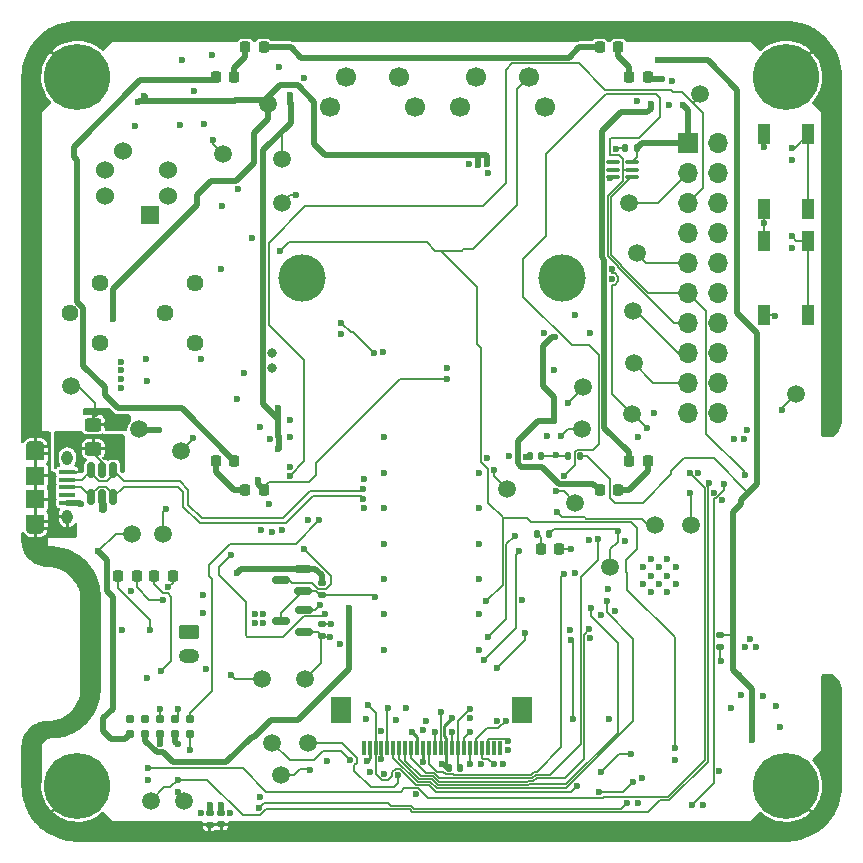
<source format=gtl>
G04 #@! TF.GenerationSoftware,KiCad,Pcbnew,(6.0.10)*
G04 #@! TF.CreationDate,2023-01-06T16:36:23-08:00*
G04 #@! TF.ProjectId,ai-camera,61692d63-616d-4657-9261-2e6b69636164,rev?*
G04 #@! TF.SameCoordinates,Original*
G04 #@! TF.FileFunction,Copper,L1,Top*
G04 #@! TF.FilePolarity,Positive*
%FSLAX46Y46*%
G04 Gerber Fmt 4.6, Leading zero omitted, Abs format (unit mm)*
G04 Created by KiCad (PCBNEW (6.0.10)) date 2023-01-06 16:36:23*
%MOMM*%
%LPD*%
G01*
G04 APERTURE LIST*
G04 Aperture macros list*
%AMRoundRect*
0 Rectangle with rounded corners*
0 $1 Rounding radius*
0 $2 $3 $4 $5 $6 $7 $8 $9 X,Y pos of 4 corners*
0 Add a 4 corners polygon primitive as box body*
4,1,4,$2,$3,$4,$5,$6,$7,$8,$9,$2,$3,0*
0 Add four circle primitives for the rounded corners*
1,1,$1+$1,$2,$3*
1,1,$1+$1,$4,$5*
1,1,$1+$1,$6,$7*
1,1,$1+$1,$8,$9*
0 Add four rect primitives between the rounded corners*
20,1,$1+$1,$2,$3,$4,$5,0*
20,1,$1+$1,$4,$5,$6,$7,0*
20,1,$1+$1,$6,$7,$8,$9,0*
20,1,$1+$1,$8,$9,$2,$3,0*%
G04 Aperture macros list end*
G04 #@! TA.AperFunction,ConnectorPad*
%ADD10C,5.600000*%
G04 #@! TD*
G04 #@! TA.AperFunction,ComponentPad*
%ADD11C,3.600000*%
G04 #@! TD*
G04 #@! TA.AperFunction,SMDPad,CuDef*
%ADD12C,1.500000*%
G04 #@! TD*
G04 #@! TA.AperFunction,WasherPad*
%ADD13C,4.000000*%
G04 #@! TD*
G04 #@! TA.AperFunction,SMDPad,CuDef*
%ADD14RoundRect,0.135000X-0.185000X0.135000X-0.185000X-0.135000X0.185000X-0.135000X0.185000X0.135000X0*%
G04 #@! TD*
G04 #@! TA.AperFunction,SMDPad,CuDef*
%ADD15R,1.000000X1.700000*%
G04 #@! TD*
G04 #@! TA.AperFunction,SMDPad,CuDef*
%ADD16RoundRect,0.250000X0.450000X-0.325000X0.450000X0.325000X-0.450000X0.325000X-0.450000X-0.325000X0*%
G04 #@! TD*
G04 #@! TA.AperFunction,SMDPad,CuDef*
%ADD17RoundRect,0.140000X0.140000X0.170000X-0.140000X0.170000X-0.140000X-0.170000X0.140000X-0.170000X0*%
G04 #@! TD*
G04 #@! TA.AperFunction,SMDPad,CuDef*
%ADD18RoundRect,0.218750X0.218750X0.256250X-0.218750X0.256250X-0.218750X-0.256250X0.218750X-0.256250X0*%
G04 #@! TD*
G04 #@! TA.AperFunction,SMDPad,CuDef*
%ADD19RoundRect,0.135000X-0.135000X-0.185000X0.135000X-0.185000X0.135000X0.185000X-0.135000X0.185000X0*%
G04 #@! TD*
G04 #@! TA.AperFunction,SMDPad,CuDef*
%ADD20RoundRect,0.218750X-0.218750X-0.256250X0.218750X-0.256250X0.218750X0.256250X-0.218750X0.256250X0*%
G04 #@! TD*
G04 #@! TA.AperFunction,WasherPad*
%ADD21C,1.700000*%
G04 #@! TD*
G04 #@! TA.AperFunction,ComponentPad*
%ADD22C,1.700000*%
G04 #@! TD*
G04 #@! TA.AperFunction,ComponentPad*
%ADD23RoundRect,0.250000X-0.625000X0.350000X-0.625000X-0.350000X0.625000X-0.350000X0.625000X0.350000X0*%
G04 #@! TD*
G04 #@! TA.AperFunction,ComponentPad*
%ADD24O,1.750000X1.200000*%
G04 #@! TD*
G04 #@! TA.AperFunction,SMDPad,CuDef*
%ADD25RoundRect,0.140000X-0.140000X-0.170000X0.140000X-0.170000X0.140000X0.170000X-0.140000X0.170000X0*%
G04 #@! TD*
G04 #@! TA.AperFunction,SMDPad,CuDef*
%ADD26RoundRect,0.075000X0.512500X0.075000X-0.512500X0.075000X-0.512500X-0.075000X0.512500X-0.075000X0*%
G04 #@! TD*
G04 #@! TA.AperFunction,SMDPad,CuDef*
%ADD27RoundRect,0.150000X0.150000X-0.512500X0.150000X0.512500X-0.150000X0.512500X-0.150000X-0.512500X0*%
G04 #@! TD*
G04 #@! TA.AperFunction,SMDPad,CuDef*
%ADD28RoundRect,0.140000X-0.170000X0.140000X-0.170000X-0.140000X0.170000X-0.140000X0.170000X0.140000X0*%
G04 #@! TD*
G04 #@! TA.AperFunction,ComponentPad*
%ADD29C,1.440000*%
G04 #@! TD*
G04 #@! TA.AperFunction,SMDPad,CuDef*
%ADD30R,0.300000X1.300000*%
G04 #@! TD*
G04 #@! TA.AperFunction,SMDPad,CuDef*
%ADD31R,1.800000X2.200000*%
G04 #@! TD*
G04 #@! TA.AperFunction,SMDPad,CuDef*
%ADD32RoundRect,0.135000X0.185000X-0.135000X0.185000X0.135000X-0.185000X0.135000X-0.185000X-0.135000X0*%
G04 #@! TD*
G04 #@! TA.AperFunction,ComponentPad*
%ADD33C,0.800000*%
G04 #@! TD*
G04 #@! TA.AperFunction,SMDPad,CuDef*
%ADD34R,1.350000X0.400000*%
G04 #@! TD*
G04 #@! TA.AperFunction,SMDPad,CuDef*
%ADD35R,1.550000X1.500000*%
G04 #@! TD*
G04 #@! TA.AperFunction,SMDPad,CuDef*
%ADD36R,1.550000X1.200000*%
G04 #@! TD*
G04 #@! TA.AperFunction,ComponentPad*
%ADD37O,1.550000X0.890000*%
G04 #@! TD*
G04 #@! TA.AperFunction,ComponentPad*
%ADD38O,0.950000X1.250000*%
G04 #@! TD*
G04 #@! TA.AperFunction,ComponentPad*
%ADD39R,1.700000X1.700000*%
G04 #@! TD*
G04 #@! TA.AperFunction,ComponentPad*
%ADD40O,1.700000X1.700000*%
G04 #@! TD*
G04 #@! TA.AperFunction,SMDPad,CuDef*
%ADD41RoundRect,0.135000X0.135000X0.185000X-0.135000X0.185000X-0.135000X-0.185000X0.135000X-0.185000X0*%
G04 #@! TD*
G04 #@! TA.AperFunction,SMDPad,CuDef*
%ADD42RoundRect,0.150000X0.587500X0.150000X-0.587500X0.150000X-0.587500X-0.150000X0.587500X-0.150000X0*%
G04 #@! TD*
G04 #@! TA.AperFunction,ComponentPad*
%ADD43R,1.524000X1.524000*%
G04 #@! TD*
G04 #@! TA.AperFunction,ComponentPad*
%ADD44C,1.524000*%
G04 #@! TD*
G04 #@! TA.AperFunction,ConnectorPad*
%ADD45C,0.787400*%
G04 #@! TD*
G04 #@! TA.AperFunction,ComponentPad*
%ADD46C,0.600000*%
G04 #@! TD*
G04 #@! TA.AperFunction,ViaPad*
%ADD47C,0.600000*%
G04 #@! TD*
G04 #@! TA.AperFunction,Conductor*
%ADD48C,0.127000*%
G04 #@! TD*
G04 #@! TA.AperFunction,Conductor*
%ADD49C,0.500000*%
G04 #@! TD*
G04 #@! TA.AperFunction,Conductor*
%ADD50C,0.250000*%
G04 #@! TD*
G04 #@! TA.AperFunction,Conductor*
%ADD51C,0.203200*%
G04 #@! TD*
G04 #@! TA.AperFunction,Conductor*
%ADD52C,0.200000*%
G04 #@! TD*
G04 APERTURE END LIST*
D10*
X100000000Y-110000000D03*
D11*
X100000000Y-110000000D03*
D10*
X100000000Y-50000000D03*
D11*
X100000000Y-50000000D03*
D12*
X142750000Y-79775000D03*
D13*
X119000000Y-67000000D03*
X141000000Y-67000000D03*
D12*
X146736000Y-60668000D03*
D14*
X120675000Y-92865000D03*
X120675000Y-93885000D03*
D15*
X158100000Y-70150000D03*
X158100000Y-63850000D03*
X161900000Y-63850000D03*
X161900000Y-70150000D03*
D16*
X101350000Y-81475000D03*
X101350000Y-79425000D03*
D17*
X132430000Y-108525000D03*
X131470000Y-108525000D03*
D18*
X140787500Y-90000000D03*
X139212500Y-90000000D03*
D19*
X141570000Y-82100000D03*
X142590000Y-82100000D03*
D20*
X103437500Y-92250000D03*
X105012500Y-92250000D03*
D12*
X107230000Y-88670000D03*
X117350000Y-56950000D03*
D20*
X111712500Y-82500000D03*
X113287500Y-82500000D03*
D12*
X147100000Y-74250000D03*
X115670000Y-100980000D03*
X142825000Y-76225000D03*
X106200000Y-111290000D03*
X105250000Y-79840000D03*
D21*
X121400000Y-52500000D03*
X128600000Y-52500000D03*
D22*
X127250000Y-50000000D03*
X122750000Y-50000000D03*
D12*
X109025000Y-111275000D03*
D20*
X146712500Y-82500000D03*
X148287500Y-82500000D03*
D12*
X146975000Y-78550000D03*
D23*
X109450000Y-97000000D03*
D24*
X109450000Y-99000000D03*
D25*
X138330000Y-82100000D03*
X139290000Y-82100000D03*
D20*
X114212500Y-47500000D03*
X115787500Y-47500000D03*
D26*
X146967500Y-58500000D03*
X146967500Y-57850000D03*
X146967500Y-57200000D03*
X145392500Y-57200000D03*
X145392500Y-57850000D03*
X145392500Y-58500000D03*
D18*
X115787500Y-85000000D03*
X114212500Y-85000000D03*
D20*
X106487500Y-92250000D03*
X108062500Y-92250000D03*
D12*
X116500000Y-106350000D03*
D17*
X147360000Y-56050000D03*
X146400000Y-56050000D03*
D27*
X101150000Y-85587500D03*
X102100000Y-85587500D03*
X103050000Y-85587500D03*
X103050000Y-83312500D03*
X102100000Y-83312500D03*
X101150000Y-83312500D03*
D28*
X112200000Y-112300000D03*
X112200000Y-113260000D03*
D29*
X109925000Y-67475000D03*
X107385000Y-70015000D03*
X109925000Y-72555000D03*
D30*
X135750000Y-106850000D03*
X135250000Y-106850000D03*
X134750000Y-106850000D03*
X134250000Y-106850000D03*
X133750000Y-106850000D03*
X133250000Y-106850000D03*
X132750000Y-106850000D03*
X132250000Y-106850000D03*
X131750000Y-106850000D03*
X131250000Y-106850000D03*
X130750000Y-106850000D03*
X130250000Y-106850000D03*
X129750000Y-106850000D03*
X129250000Y-106850000D03*
X128750000Y-106850000D03*
X128250000Y-106850000D03*
X127750000Y-106850000D03*
X127250000Y-106850000D03*
X126750000Y-106850000D03*
X126250000Y-106850000D03*
X125750000Y-106850000D03*
X125250000Y-106850000D03*
X124750000Y-106850000D03*
X124250000Y-106850000D03*
D31*
X137650000Y-103600000D03*
X122350000Y-103600000D03*
D12*
X148910000Y-87900000D03*
X104600000Y-88680000D03*
X119550000Y-106350000D03*
X108780000Y-81670000D03*
X117210000Y-109110000D03*
D20*
X144212500Y-47500000D03*
X145787500Y-47500000D03*
D12*
X119290000Y-100970000D03*
X152720000Y-51440000D03*
X136340000Y-84850000D03*
D32*
X111200000Y-113310000D03*
X111200000Y-112290000D03*
D12*
X142150000Y-86075000D03*
X147350000Y-64925000D03*
X99420000Y-76130000D03*
D20*
X146712500Y-50000000D03*
X148287500Y-50000000D03*
D21*
X139600000Y-52500000D03*
X132400000Y-52500000D03*
D22*
X138250000Y-50000000D03*
X133750000Y-50000000D03*
D15*
X158100000Y-54850000D03*
X158100000Y-61150000D03*
X161900000Y-61150000D03*
X161900000Y-54850000D03*
D12*
X147025000Y-69825000D03*
D33*
X116500000Y-74625000D03*
X116500000Y-73375000D03*
D34*
X99150000Y-83450000D03*
X99150000Y-84100000D03*
X99150000Y-84750000D03*
X99150000Y-85400000D03*
X99150000Y-86050000D03*
D35*
X96450000Y-83750000D03*
D36*
X96450000Y-87650000D03*
D35*
X96450000Y-85750000D03*
D37*
X96450000Y-81250000D03*
D38*
X99150000Y-87250000D03*
D36*
X96450000Y-81850000D03*
D38*
X99150000Y-82250000D03*
D37*
X96450000Y-88250000D03*
D12*
X160840000Y-76810000D03*
D20*
X111712500Y-50000000D03*
X113287500Y-50000000D03*
D29*
X101925000Y-67475000D03*
X99385000Y-70015000D03*
X101925000Y-72555000D03*
D11*
X160000000Y-50000000D03*
D10*
X160000000Y-50000000D03*
D39*
X151725000Y-55575000D03*
D40*
X154265000Y-55575000D03*
X151725000Y-58115000D03*
X154265000Y-58115000D03*
X151725000Y-60655000D03*
X154265000Y-60655000D03*
X151725000Y-63195000D03*
X154265000Y-63195000D03*
X151725000Y-65735000D03*
X154265000Y-65735000D03*
X151725000Y-68275000D03*
X154265000Y-68275000D03*
X151725000Y-70815000D03*
X154265000Y-70815000D03*
X151725000Y-73355000D03*
X154265000Y-73355000D03*
X151725000Y-75895000D03*
X154265000Y-75895000D03*
X151725000Y-78435000D03*
X154265000Y-78435000D03*
D41*
X139960000Y-88675000D03*
X138940000Y-88675000D03*
D12*
X117340000Y-60630000D03*
D18*
X145787500Y-85000000D03*
X144212500Y-85000000D03*
D42*
X119150000Y-97025000D03*
X119150000Y-95125000D03*
X117275000Y-96075000D03*
D12*
X145120000Y-91470000D03*
D11*
X160000000Y-110000000D03*
D10*
X160000000Y-110000000D03*
D14*
X120700000Y-96340000D03*
X120700000Y-97360000D03*
D42*
X119137500Y-93550000D03*
X119137500Y-91650000D03*
X117262500Y-92600000D03*
D12*
X151940000Y-87960000D03*
D32*
X154380000Y-98240000D03*
X154380000Y-97220000D03*
D12*
X116150000Y-52250000D03*
D43*
X106123152Y-61691848D03*
D44*
X107700000Y-60115000D03*
X107700000Y-57885000D03*
X103876848Y-56308152D03*
X102300000Y-57885000D03*
X102300000Y-60115000D03*
D12*
X112370000Y-56550000D03*
D45*
X104460000Y-105635000D03*
X105730000Y-105635000D03*
X107000000Y-105635000D03*
X108270000Y-105635000D03*
X109540000Y-105635000D03*
X109540000Y-104365000D03*
X108270000Y-104365000D03*
X107000000Y-104365000D03*
X105730000Y-104365000D03*
X104460000Y-104365000D03*
D46*
X149960000Y-92230000D03*
X149960000Y-93630000D03*
X149260000Y-92930000D03*
X149960000Y-90830000D03*
X147860000Y-92930000D03*
X150660000Y-92930000D03*
X147860000Y-91530000D03*
X149260000Y-91530000D03*
X148560000Y-90830000D03*
X148560000Y-92230000D03*
X150660000Y-91530000D03*
X148560000Y-93630000D03*
D47*
X122350000Y-71750000D03*
X129500000Y-104500000D03*
X110910000Y-100100000D03*
X105930000Y-100920000D03*
X111407500Y-48167500D03*
X156450000Y-80650000D03*
X141820000Y-89990000D03*
X159170000Y-103270000D03*
X117290000Y-88340000D03*
X144968517Y-93351483D03*
X115750000Y-96250000D03*
X124760000Y-108840000D03*
X139740000Y-80360000D03*
X143343931Y-89185097D03*
X115000000Y-96250000D03*
X131750000Y-104250000D03*
X103710000Y-75540000D03*
X141700000Y-96840000D03*
X128670000Y-110706998D03*
X158140000Y-55970000D03*
X112950000Y-112300000D03*
X118500000Y-59975000D03*
X147400000Y-52010000D03*
X116500000Y-88500000D03*
X102110000Y-86600000D03*
X126000000Y-86500000D03*
X136553500Y-82100000D03*
X136000000Y-108200000D03*
X115428698Y-79676500D03*
X122200000Y-98000000D03*
X156980000Y-97620000D03*
X124490000Y-107940000D03*
X153873501Y-85184986D03*
X103690000Y-76350000D03*
X133180000Y-57380000D03*
X129230000Y-105310000D03*
X113640000Y-59460000D03*
X142167739Y-91980000D03*
X126990001Y-104430001D03*
X125900000Y-73270000D03*
X160500000Y-57000000D03*
X108690000Y-54100000D03*
X125740000Y-105384672D03*
X147460000Y-80450000D03*
X124250000Y-84000000D03*
X126000000Y-92500000D03*
X121440000Y-96330000D03*
X147775000Y-109350000D03*
X144300000Y-95590000D03*
X145610000Y-56110000D03*
X115547039Y-88332961D03*
X110510000Y-73880000D03*
X143400000Y-71660000D03*
X113520000Y-77270000D03*
X126000000Y-89500000D03*
X155610000Y-80650000D03*
X134000000Y-86500000D03*
X156710000Y-79890000D03*
X158080000Y-102450000D03*
X154350000Y-108790735D03*
X146350000Y-89325000D03*
X140950000Y-80360000D03*
X126000000Y-95500000D03*
X156220000Y-102330000D03*
X120530000Y-94720000D03*
X142140000Y-70130000D03*
X108500000Y-110500000D03*
X143370000Y-97470000D03*
X126000000Y-98500000D03*
X150310000Y-50340000D03*
X151860000Y-85260000D03*
X118000000Y-83000000D03*
X109850000Y-51190000D03*
X140330000Y-74816502D03*
X147500000Y-111485000D03*
X134000000Y-98500000D03*
X126000000Y-83500000D03*
X130860000Y-108210000D03*
X104890000Y-54120000D03*
X137956500Y-82178949D03*
X134000000Y-89500000D03*
X112200000Y-111650000D03*
X114790000Y-63620000D03*
X103730000Y-74820000D03*
X103680000Y-74090000D03*
X134000000Y-92500000D03*
X159630000Y-78200000D03*
X145525000Y-95250000D03*
X116250000Y-86190000D03*
X119223500Y-50125000D03*
X133997694Y-83502130D03*
X112190000Y-66270000D03*
X110450000Y-112300000D03*
X124440000Y-104380000D03*
X150575000Y-107825000D03*
X110710000Y-53980000D03*
X115000000Y-95500000D03*
X136500000Y-107000000D03*
X157450000Y-98230000D03*
X107000000Y-106500000D03*
X109830000Y-80540000D03*
X150050000Y-52370000D03*
X108500000Y-106500000D03*
X160500000Y-64500000D03*
X115750000Y-95500000D03*
X134000000Y-95500000D03*
X114090000Y-75100000D03*
X131290000Y-74600000D03*
X137650000Y-94250000D03*
X139480000Y-71640000D03*
X127840000Y-103460000D03*
X119500000Y-87500000D03*
X105792309Y-73853500D03*
X155370000Y-103420000D03*
X159040000Y-70250000D03*
X134140000Y-108200000D03*
X100300000Y-86120000D03*
X108850000Y-48550000D03*
X125950000Y-109020000D03*
X116336727Y-80681903D03*
X148853500Y-78463759D03*
X133250000Y-104273497D03*
X103780000Y-96840000D03*
X152930000Y-111680000D03*
X106000000Y-109500000D03*
X126000000Y-80500000D03*
X104570000Y-93480000D03*
X118000000Y-80500000D03*
X112250000Y-60890000D03*
X134730000Y-58090000D03*
X118000000Y-79019920D03*
X110625000Y-93850000D03*
X105920000Y-75720000D03*
X144970000Y-104360000D03*
X156530000Y-98240000D03*
X119690000Y-108700000D03*
X111200000Y-111650000D03*
X159487498Y-105007498D03*
X110650000Y-95425000D03*
X152585000Y-83500000D03*
X135508609Y-104508609D03*
X117090935Y-49165781D03*
X145301500Y-67100000D03*
X134660000Y-82300000D03*
X158100000Y-62400000D03*
X115500000Y-111000000D03*
X121160000Y-107900000D03*
X145096500Y-58540000D03*
X107500000Y-86600000D03*
X124250000Y-86500000D03*
X154598237Y-85846180D03*
X163000000Y-112000000D03*
X164000000Y-110000000D03*
X137000000Y-114000000D03*
X164000000Y-101000000D03*
X96000000Y-56000000D03*
X139000000Y-46000000D03*
X154000000Y-46000000D03*
X101000000Y-95000000D03*
X101000000Y-101000000D03*
X164000000Y-50000000D03*
X143000000Y-114000000D03*
X157000000Y-46000000D03*
X151000000Y-46000000D03*
X96000000Y-107000000D03*
X146000000Y-114000000D03*
X101000000Y-114000000D03*
X164000000Y-74000000D03*
X164000000Y-65000000D03*
X103000000Y-46000000D03*
X97500000Y-113000000D03*
X121000000Y-46000000D03*
X107000000Y-114000000D03*
X131000000Y-114000000D03*
X97000000Y-90000000D03*
X148000000Y-46000000D03*
X155000000Y-114000000D03*
X122000000Y-114000000D03*
X127000000Y-46000000D03*
X160000000Y-46000000D03*
X164000000Y-77000000D03*
X109000000Y-46000000D03*
X96000000Y-71000000D03*
X164000000Y-104000000D03*
X164000000Y-62000000D03*
X104000000Y-114000000D03*
X164000000Y-68000000D03*
X98000000Y-105000000D03*
X136000000Y-46000000D03*
X96000000Y-74000000D03*
X164000000Y-71000000D03*
X97500000Y-47500000D03*
X110000000Y-114000000D03*
X161000000Y-114000000D03*
X162500000Y-47500000D03*
X140000000Y-114000000D03*
X100000000Y-92000000D03*
X164000000Y-56000000D03*
X164000000Y-59000000D03*
X152000000Y-114000000D03*
X96000000Y-62000000D03*
X101000000Y-98000000D03*
X96000000Y-68000000D03*
X96000000Y-77000000D03*
X133000000Y-46000000D03*
X116000000Y-114000000D03*
X128000000Y-114000000D03*
X134000000Y-114000000D03*
X113000000Y-114000000D03*
X164000000Y-53000000D03*
X115000000Y-46000000D03*
X119000000Y-114000000D03*
X164000000Y-107000000D03*
X96000000Y-50000000D03*
X142000000Y-46000000D03*
X96000000Y-53000000D03*
X149000000Y-114000000D03*
X164000000Y-80000000D03*
X106000000Y-46000000D03*
X124000000Y-46000000D03*
X112000000Y-46000000D03*
X100000000Y-46000000D03*
X125000000Y-114000000D03*
X96000000Y-59000000D03*
X118000000Y-46000000D03*
X96000000Y-65000000D03*
X96000000Y-110000000D03*
X158000000Y-114000000D03*
X130000000Y-46000000D03*
X145000000Y-46000000D03*
X134720000Y-57360000D03*
X133950000Y-57450000D03*
X113500000Y-92000000D03*
X102980000Y-70520000D03*
X105664854Y-51589854D03*
X105152354Y-52102354D03*
X106900000Y-79880000D03*
X111500000Y-55300000D03*
X113000000Y-90500000D03*
X117037359Y-80489754D03*
X123000000Y-96000000D03*
X156048292Y-100617256D03*
X118040000Y-51530000D03*
X149200000Y-48590000D03*
X121000000Y-95500000D03*
X149860000Y-48600000D03*
X118050000Y-52260000D03*
X117000000Y-79000000D03*
X151270000Y-52370000D03*
X123000000Y-95000000D03*
X117000000Y-81500000D03*
X117000000Y-78000000D03*
X129260000Y-107990000D03*
X157100000Y-106150000D03*
X155500000Y-97000000D03*
X140500000Y-82000000D03*
X120500000Y-87500000D03*
X160500000Y-63500000D03*
X118000000Y-83771900D03*
X109500000Y-107000000D03*
X154480000Y-99410000D03*
X115403517Y-111903517D03*
X146500000Y-111485000D03*
X160500000Y-56000000D03*
X145301500Y-66230000D03*
X148240000Y-79760000D03*
X125749999Y-107743728D03*
X123120000Y-107840000D03*
X127150000Y-109090000D03*
X128340000Y-105433500D03*
X133250000Y-103500000D03*
X102500000Y-78500000D03*
X102500000Y-79500000D03*
X101500000Y-78500000D03*
X101780000Y-90150000D03*
X107120522Y-100302123D03*
X107696636Y-93214154D03*
X124180000Y-84865000D03*
X124180000Y-85715000D03*
X108500000Y-103500000D03*
X108500000Y-109500000D03*
X153446490Y-84395027D03*
X151858497Y-83500000D03*
X107000000Y-103500000D03*
X106000000Y-108500000D03*
X117140000Y-64772599D03*
X125200000Y-94000000D03*
X150600000Y-106800000D03*
X134600000Y-94400000D03*
X136500000Y-106250000D03*
X135250000Y-108200000D03*
X136250000Y-104500000D03*
X133260000Y-108200000D03*
X133250000Y-105500000D03*
X131750000Y-105500000D03*
X130750000Y-103750000D03*
X130250000Y-105500000D03*
X141230303Y-92112662D03*
X144070000Y-89160000D03*
X143348630Y-96743812D03*
X143450000Y-94930000D03*
X144830000Y-94330000D03*
X137920000Y-97070000D03*
X141760000Y-97640000D03*
X141990000Y-104360000D03*
X126280000Y-103390000D03*
X156500000Y-83690000D03*
X135550000Y-100080000D03*
X142320000Y-109990000D03*
X134430000Y-99330000D03*
X124580000Y-103150000D03*
X141190000Y-83763500D03*
X137430000Y-90170000D03*
X106169340Y-96837201D03*
X107280000Y-94250000D03*
X149540000Y-50170000D03*
X148530000Y-52270000D03*
X140433517Y-71986483D03*
X140350000Y-79090000D03*
X131280000Y-75570000D03*
X115260000Y-84120000D03*
X144325000Y-108825000D03*
X146850000Y-107325000D03*
X147075000Y-109650000D03*
X144175000Y-110525000D03*
X119175000Y-89950000D03*
X134800000Y-97400000D03*
X137040000Y-88860000D03*
X121400000Y-97400000D03*
X152000000Y-111620000D03*
X113020000Y-100640000D03*
X154775000Y-84450000D03*
X135280000Y-83280000D03*
X140580000Y-86800000D03*
X145750000Y-88450000D03*
X140550000Y-85090000D03*
X122360000Y-70840000D03*
X125090000Y-73340000D03*
X141540000Y-77640000D03*
D48*
X146400000Y-56050000D02*
X145670000Y-56050000D01*
X118830000Y-108560000D02*
X119550000Y-108560000D01*
X118330000Y-109060000D02*
X118830000Y-108560000D01*
D49*
X108270000Y-105635000D02*
X108270000Y-106270000D01*
D50*
X131250000Y-106850000D02*
X131250000Y-108305000D01*
D48*
X117340000Y-60630000D02*
X117995000Y-59975000D01*
X158100000Y-55930000D02*
X158140000Y-55970000D01*
D49*
X102100000Y-86045291D02*
X102100000Y-85587500D01*
D48*
X141810000Y-90000000D02*
X141820000Y-89990000D01*
D49*
X102100000Y-85587500D02*
X102100000Y-86630000D01*
D48*
X151940000Y-87960000D02*
X151940000Y-85340000D01*
X158100000Y-70150000D02*
X158940000Y-70150000D01*
D49*
X102100000Y-86630000D02*
X102110000Y-86640000D01*
X100230000Y-86050000D02*
X100300000Y-86120000D01*
D48*
X109830000Y-80620000D02*
X109830000Y-80540000D01*
D50*
X131175000Y-108525000D02*
X130860000Y-108210000D01*
D48*
X151940000Y-85340000D02*
X151860000Y-85260000D01*
D49*
X108270000Y-106270000D02*
X108500000Y-106500000D01*
D48*
X117995000Y-59975000D02*
X118500000Y-59975000D01*
X158100000Y-54850000D02*
X158100000Y-55930000D01*
D49*
X112200000Y-112300000D02*
X112200000Y-111650000D01*
D50*
X131750000Y-104250000D02*
X131070000Y-104930000D01*
D48*
X108780000Y-81670000D02*
X109830000Y-80620000D01*
X109025000Y-111025000D02*
X108500000Y-110500000D01*
X121430000Y-96340000D02*
X121440000Y-96330000D01*
X120700000Y-96340000D02*
X121430000Y-96340000D01*
D49*
X111200000Y-112290000D02*
X111200000Y-111650000D01*
D48*
X138330000Y-82100000D02*
X138035449Y-82100000D01*
D50*
X131250000Y-105950000D02*
X131250000Y-106850000D01*
D48*
X138035449Y-82100000D02*
X137956500Y-82178949D01*
D50*
X131250000Y-108305000D02*
X131470000Y-108525000D01*
D48*
X158940000Y-70150000D02*
X159040000Y-70250000D01*
X159630000Y-78020000D02*
X159630000Y-78200000D01*
X107230000Y-86870000D02*
X107230000Y-88670000D01*
X158100000Y-62400000D02*
X158100000Y-63850000D01*
X109025000Y-111275000D02*
X109025000Y-111025000D01*
D49*
X102100000Y-86045291D02*
X102223500Y-86168791D01*
X99150000Y-86050000D02*
X100230000Y-86050000D01*
D48*
X160840000Y-76810000D02*
X159630000Y-78020000D01*
X117420000Y-109060000D02*
X118330000Y-109060000D01*
D50*
X131070000Y-104930000D02*
X131070000Y-105770000D01*
X124750000Y-106850000D02*
X124750000Y-107680000D01*
D48*
X142750000Y-79775000D02*
X141535000Y-79775000D01*
X120125000Y-95125000D02*
X120530000Y-94720000D01*
D49*
X102100000Y-86590000D02*
X102110000Y-86600000D01*
D48*
X141535000Y-79775000D02*
X140950000Y-80360000D01*
X119150000Y-95125000D02*
X120125000Y-95125000D01*
D50*
X131070000Y-105770000D02*
X131250000Y-105950000D01*
D48*
X140787500Y-90000000D02*
X141810000Y-90000000D01*
X119550000Y-108560000D02*
X119690000Y-108700000D01*
D50*
X131470000Y-108525000D02*
X131175000Y-108525000D01*
D48*
X145670000Y-56050000D02*
X145610000Y-56110000D01*
D49*
X102100000Y-86045291D02*
X102100000Y-86590000D01*
X102223500Y-86168791D02*
X102223500Y-86661737D01*
X107000000Y-105635000D02*
X107000000Y-106500000D01*
D50*
X124750000Y-107680000D02*
X124490000Y-107940000D01*
D48*
X107500000Y-86600000D02*
X107230000Y-86870000D01*
X158100000Y-61150000D02*
X158100000Y-62400000D01*
D49*
X114980000Y-54720000D02*
X114980000Y-57290000D01*
X120060000Y-52130000D02*
X120060000Y-55670000D01*
X113325000Y-52025000D02*
X113325000Y-51975000D01*
X111340000Y-58800000D02*
X110130000Y-60010000D01*
X120675000Y-92175000D02*
X120675000Y-92865000D01*
X105700000Y-52025000D02*
X113325000Y-52025000D01*
X110130000Y-60821393D02*
X102980000Y-67971393D01*
X133910000Y-57410000D02*
X133950000Y-57450000D01*
X116080000Y-51770000D02*
X116080000Y-52180000D01*
X116150000Y-52250000D02*
X116150000Y-53550000D01*
X113850000Y-91650000D02*
X119137500Y-91650000D01*
X105229708Y-52025000D02*
X105700000Y-52025000D01*
X133910000Y-56610000D02*
X134590000Y-56610000D01*
X102980000Y-67971393D02*
X102980000Y-70520000D01*
X105700000Y-51625000D02*
X105700000Y-52025000D01*
X134720000Y-56740000D02*
X134590000Y-56610000D01*
X119137500Y-91650000D02*
X120150000Y-91650000D01*
X121000000Y-56610000D02*
X133910000Y-56610000D01*
X134720000Y-57360000D02*
X134720000Y-56740000D01*
X113470000Y-58800000D02*
X111340000Y-58800000D01*
X118650000Y-50720000D02*
X120060000Y-52130000D01*
X120060000Y-55670000D02*
X121000000Y-56610000D01*
X120150000Y-91650000D02*
X120675000Y-92175000D01*
X105664854Y-51589854D02*
X105700000Y-51625000D01*
X110130000Y-60010000D02*
X110130000Y-60821393D01*
X113325000Y-51975000D02*
X115875000Y-51975000D01*
X133910000Y-56610000D02*
X133910000Y-57410000D01*
X116150000Y-53550000D02*
X114980000Y-54720000D01*
X116080000Y-51770000D02*
X117130000Y-50720000D01*
X114980000Y-57290000D02*
X113470000Y-58800000D01*
X117130000Y-50720000D02*
X118650000Y-50720000D01*
X115875000Y-51975000D02*
X116080000Y-51770000D01*
X113500000Y-92000000D02*
X113850000Y-91650000D01*
X105152354Y-52102354D02*
X105229708Y-52025000D01*
X116080000Y-52180000D02*
X116150000Y-52250000D01*
X106900000Y-79880000D02*
X105290000Y-79880000D01*
X105290000Y-79880000D02*
X105250000Y-79840000D01*
D48*
X112370000Y-56550000D02*
X111500000Y-55680000D01*
X111500000Y-55680000D02*
X111500000Y-55300000D01*
D51*
X147860000Y-86040000D02*
X150270000Y-83630000D01*
X147360000Y-56807500D02*
X146967500Y-57200000D01*
X150270000Y-83360000D02*
X151350000Y-82280000D01*
X117400000Y-97400000D02*
X114400000Y-97400000D01*
D49*
X148065000Y-55575000D02*
X151725000Y-55575000D01*
X157520000Y-84450000D02*
X157520000Y-71660000D01*
D51*
X121000000Y-95500000D02*
X120846400Y-95653600D01*
D49*
X155870000Y-51090000D02*
X153380000Y-48600000D01*
D51*
X154380000Y-97220000D02*
X155280000Y-97220000D01*
D49*
X116375000Y-104425000D02*
X118715000Y-104425000D01*
X123000000Y-100140000D02*
X123000000Y-96000000D01*
X118040000Y-51530000D02*
X118040000Y-52250000D01*
X149200000Y-48590000D02*
X149850000Y-48590000D01*
D51*
X120846400Y-95653600D02*
X119146400Y-95653600D01*
X147360000Y-56050000D02*
X147360000Y-56807500D01*
D49*
X115723000Y-77723000D02*
X117000000Y-79000000D01*
X157100000Y-101850000D02*
X157100000Y-106150000D01*
X157520000Y-71660000D02*
X155870000Y-70010000D01*
X117000000Y-81500000D02*
X117037359Y-81462641D01*
D51*
X117350000Y-54580000D02*
X115723000Y-56207000D01*
X117350000Y-56950000D02*
X117350000Y-54580000D01*
D49*
X156180000Y-86160000D02*
X156180000Y-85790000D01*
X117037359Y-81462641D02*
X117037359Y-80489754D01*
X147835000Y-55575000D02*
X147360000Y-56050000D01*
D50*
X129250000Y-106850000D02*
X129250000Y-107980000D01*
D49*
X117000000Y-78000000D02*
X117000000Y-79000000D01*
X151725000Y-55575000D02*
X151725000Y-52825000D01*
X151725000Y-52825000D02*
X151270000Y-52370000D01*
D51*
X150270000Y-83630000D02*
X150270000Y-83360000D01*
D49*
X117000000Y-79000000D02*
X117000000Y-80452395D01*
X156785000Y-85185000D02*
X157520000Y-84450000D01*
D50*
X129250000Y-107980000D02*
X129260000Y-107990000D01*
D49*
X155500000Y-100250000D02*
X157100000Y-101850000D01*
D51*
X119146400Y-95653600D02*
X117400000Y-97400000D01*
D49*
X149850000Y-48590000D02*
X149860000Y-48600000D01*
D51*
X145121400Y-84041400D02*
X145121400Y-85661400D01*
D49*
X114775000Y-105850000D02*
X114950000Y-105850000D01*
X118050000Y-52260000D02*
X118050000Y-53880000D01*
X155500000Y-97000000D02*
X155500000Y-86840000D01*
X105730000Y-105635000D02*
X105730000Y-106191775D01*
D51*
X145121400Y-85661400D02*
X145500000Y-86040000D01*
D49*
X105730000Y-106191775D02*
X106714725Y-107176500D01*
D51*
X151350000Y-82280000D02*
X153880000Y-82280000D01*
X143180000Y-82100000D02*
X145121400Y-84041400D01*
X142590000Y-82100000D02*
X143180000Y-82100000D01*
X112000000Y-91500000D02*
X113000000Y-90500000D01*
X114270000Y-97270000D02*
X114270000Y-94470000D01*
D49*
X108095000Y-108000000D02*
X112625000Y-108000000D01*
X117000000Y-80452395D02*
X117037359Y-80489754D01*
X156180000Y-85790000D02*
X156785000Y-85185000D01*
X148065000Y-55575000D02*
X147835000Y-55575000D01*
D51*
X153880000Y-82280000D02*
X156785000Y-85185000D01*
D49*
X118715000Y-104425000D02*
X123000000Y-100140000D01*
X106714725Y-107176500D02*
X107271500Y-107176500D01*
X123000000Y-95000000D02*
X123000000Y-96000000D01*
X115723000Y-56207000D02*
X115723000Y-77723000D01*
D51*
X114400000Y-97400000D02*
X114270000Y-97270000D01*
D49*
X118040000Y-52250000D02*
X118050000Y-52260000D01*
X155500000Y-86840000D02*
X156180000Y-86160000D01*
X155500000Y-97000000D02*
X155500000Y-100250000D01*
D51*
X145500000Y-86040000D02*
X147860000Y-86040000D01*
D49*
X155870000Y-70010000D02*
X155870000Y-51090000D01*
X114950000Y-105850000D02*
X116375000Y-104425000D01*
X107271500Y-107176500D02*
X108095000Y-108000000D01*
D51*
X114270000Y-94470000D02*
X112000000Y-92200000D01*
X112000000Y-92200000D02*
X112000000Y-91500000D01*
D49*
X153380000Y-48600000D02*
X149860000Y-48600000D01*
D51*
X155280000Y-97220000D02*
X155500000Y-97000000D01*
D49*
X118050000Y-53880000D02*
X115723000Y-56207000D01*
X112625000Y-108000000D02*
X114775000Y-105850000D01*
D48*
X160500000Y-63500000D02*
X160850000Y-63850000D01*
X151725000Y-60655000D02*
X153010000Y-59370000D01*
X144655500Y-51065500D02*
X142440001Y-48850001D01*
X136270000Y-49420002D02*
X136270000Y-59000000D01*
X152720000Y-51530000D02*
X152085000Y-52165000D01*
X111140000Y-91290000D02*
X112930000Y-89500000D01*
X111140000Y-92270000D02*
X111140000Y-91290000D01*
X140600000Y-82100000D02*
X140500000Y-82000000D01*
X141570000Y-82100000D02*
X140600000Y-82100000D01*
X116210000Y-70990000D02*
X119220000Y-74000000D01*
X140400000Y-82100000D02*
X140500000Y-82000000D01*
X111400000Y-92530000D02*
X111140000Y-92270000D01*
X109540000Y-104365000D02*
X109540000Y-103808225D01*
X134320000Y-60950000D02*
X119290000Y-60950000D01*
X161900000Y-63850000D02*
X161900000Y-70150000D01*
X119220000Y-74000000D02*
X119220000Y-82551900D01*
X136840001Y-48850001D02*
X136270000Y-49420002D01*
X119220000Y-82551900D02*
X118000000Y-83771900D01*
X119290000Y-60950000D02*
X116210000Y-64030000D01*
X160850000Y-63850000D02*
X161900000Y-63850000D01*
X118500000Y-89500000D02*
X120500000Y-87500000D01*
X142440001Y-48850001D02*
X136840001Y-48850001D01*
X153010000Y-59370000D02*
X153010000Y-53090000D01*
X152085000Y-52165000D02*
X151160000Y-51240000D01*
X109540000Y-103808225D02*
X111400000Y-101948225D01*
X116210000Y-64030000D02*
X116210000Y-70990000D01*
X153010000Y-53090000D02*
X152085000Y-52165000D01*
X111400000Y-101948225D02*
X111400000Y-92530000D01*
X112930000Y-89500000D02*
X118500000Y-89500000D01*
X150234500Y-51065500D02*
X144655500Y-51065500D01*
X139290000Y-82100000D02*
X140400000Y-82100000D01*
X152720000Y-51440000D02*
X152720000Y-51530000D01*
X136270000Y-59000000D02*
X134320000Y-60950000D01*
X150409000Y-51240000D02*
X150234500Y-51065500D01*
X151160000Y-51240000D02*
X150409000Y-51240000D01*
X149172000Y-60668000D02*
X146736000Y-60668000D01*
X126300000Y-111500000D02*
X126525000Y-111725000D01*
X128237035Y-111725000D02*
X128467035Y-111955000D01*
X154380000Y-98240000D02*
X154380000Y-99310000D01*
X151725000Y-58115000D02*
X149172000Y-60668000D01*
X109540000Y-106960000D02*
X109500000Y-107000000D01*
X126525000Y-111725000D02*
X128237035Y-111725000D01*
X128872965Y-111955000D02*
X128877965Y-111950000D01*
X128877965Y-111950000D02*
X146035000Y-111950000D01*
X161900000Y-54850000D02*
X161900000Y-61150000D01*
X146035000Y-111950000D02*
X146500000Y-111485000D01*
X115807034Y-111500000D02*
X126300000Y-111500000D01*
X160750000Y-56000000D02*
X160500000Y-56000000D01*
X161900000Y-54850000D02*
X160750000Y-56000000D01*
X115403517Y-111903517D02*
X115807034Y-111500000D01*
X109540000Y-105635000D02*
X109540000Y-106960000D01*
X128467035Y-111955000D02*
X128872965Y-111955000D01*
X154380000Y-99310000D02*
X154480000Y-99410000D01*
X145504465Y-66610000D02*
X145306500Y-66610000D01*
X145791500Y-66897035D02*
X145504465Y-66610000D01*
X145306500Y-66235000D02*
X145301500Y-66230000D01*
X145504465Y-67590000D02*
X145791500Y-67302965D01*
X148240000Y-79760000D02*
X145306500Y-76826500D01*
X145791500Y-67302965D02*
X145791500Y-66897035D01*
X145306500Y-67590000D02*
X145504465Y-67590000D01*
X145306500Y-66610000D02*
X145306500Y-66235000D01*
X145306500Y-76826500D02*
X145306500Y-67590000D01*
D51*
X120800000Y-107070000D02*
X122320000Y-107070000D01*
X120030000Y-107840000D02*
X120800000Y-107070000D01*
X117990000Y-107840000D02*
X118480000Y-107840000D01*
X123090000Y-107840000D02*
X123120000Y-107840000D01*
X118480000Y-107840000D02*
X120030000Y-107840000D01*
X116500000Y-106350000D02*
X117990000Y-107840000D01*
D50*
X125749999Y-107743728D02*
X125750000Y-106850000D01*
D51*
X122320000Y-107070000D02*
X122460000Y-107210000D01*
X122460000Y-107210000D02*
X123090000Y-107840000D01*
X123449701Y-108257146D02*
X123449701Y-108749701D01*
X122376847Y-106350000D02*
X123648100Y-107621253D01*
X123449701Y-108749701D02*
X124850000Y-110150000D01*
X123648100Y-108058747D02*
X123449701Y-108257146D01*
D50*
X128750000Y-105843500D02*
X128340000Y-105433500D01*
D51*
X123648100Y-107621253D02*
X123648100Y-108058747D01*
X124850000Y-110150000D02*
X126770000Y-110150000D01*
D50*
X128750000Y-106850000D02*
X128750000Y-105843500D01*
D51*
X119550000Y-106350000D02*
X122376847Y-106350000D01*
X127150000Y-109770000D02*
X127150000Y-109090000D01*
X126770000Y-110150000D02*
X127150000Y-109770000D01*
D48*
X132250000Y-106850000D02*
X132250000Y-104500000D01*
X132250000Y-108500000D02*
X132250000Y-106850000D01*
X132250000Y-104500000D02*
X133250000Y-103500000D01*
D51*
X101500000Y-77570000D02*
X101500000Y-78500000D01*
X100060000Y-76130000D02*
X101500000Y-77570000D01*
X99420000Y-76130000D02*
X100060000Y-76130000D01*
D49*
X102811130Y-106028699D02*
X102194699Y-105412268D01*
X104460000Y-105635000D02*
X104066301Y-106028699D01*
X102194699Y-105412268D02*
X102194699Y-104305301D01*
X102500000Y-90870000D02*
X101780000Y-90150000D01*
X103000000Y-94000000D02*
X102500000Y-93500000D01*
D51*
X104600000Y-88680000D02*
X103250000Y-88680000D01*
D49*
X104066301Y-106028699D02*
X102811130Y-106028699D01*
X102194699Y-104305301D02*
X103000000Y-103500000D01*
X102500000Y-93500000D02*
X102500000Y-90870000D01*
D51*
X103250000Y-88680000D02*
X101780000Y-90150000D01*
D49*
X103000000Y-103500000D02*
X103000000Y-94000000D01*
D48*
X106487500Y-92250000D02*
X106487500Y-92960465D01*
X107632965Y-93700000D02*
X107950000Y-94017035D01*
X107950000Y-94017035D02*
X107950000Y-99472645D01*
X107227035Y-93700000D02*
X107632965Y-93700000D01*
X106487500Y-92960465D02*
X107227035Y-93700000D01*
X107950000Y-99472645D02*
X107120522Y-100302123D01*
X108062500Y-92250000D02*
X108062500Y-92848290D01*
X108062500Y-92848290D02*
X107696636Y-93214154D01*
X139212500Y-90000000D02*
X139212500Y-88947500D01*
X139212500Y-88947500D02*
X138940000Y-88675000D01*
D51*
X101350000Y-81850000D02*
X102100000Y-82600000D01*
X102100000Y-82600000D02*
X102100000Y-83312500D01*
D52*
X100362500Y-84100000D02*
X101150000Y-83312500D01*
X101150000Y-83558159D02*
X101801841Y-84210000D01*
X119736801Y-85064999D02*
X117446800Y-87355000D01*
X124180000Y-84865000D02*
X123980001Y-85064999D01*
X110533200Y-87355000D02*
X109405000Y-86226800D01*
X117446800Y-87355000D02*
X110533200Y-87355000D01*
X109405000Y-86226800D02*
X109405000Y-84936800D01*
X108693200Y-84225000D02*
X103962499Y-84224999D01*
X103962499Y-84224999D02*
X103050000Y-83312500D01*
X102520000Y-84210000D02*
X103050000Y-83680000D01*
X101801841Y-84210000D02*
X102520000Y-84210000D01*
X123980001Y-85064999D02*
X119736801Y-85064999D01*
X109405000Y-84936800D02*
X108693200Y-84225000D01*
X99150000Y-84100000D02*
X100362500Y-84100000D01*
X108955000Y-86413200D02*
X108955000Y-85123200D01*
X108506800Y-84675000D02*
X103962499Y-84675001D01*
X102406159Y-84698000D02*
X103050000Y-85341841D01*
X103962499Y-84675001D02*
X103050000Y-85587500D01*
X124180000Y-85715000D02*
X123980001Y-85515001D01*
X99150000Y-84750000D02*
X100312500Y-84750000D01*
X117633200Y-87805000D02*
X110346800Y-87805000D01*
X110346800Y-87805000D02*
X108955000Y-86413200D01*
X101150000Y-85341841D02*
X101793841Y-84698000D01*
X100312500Y-84750000D02*
X101150000Y-85587500D01*
X119923199Y-85515001D02*
X117633200Y-87805000D01*
X101793841Y-84698000D02*
X102406159Y-84698000D01*
X123980001Y-85515001D02*
X119923199Y-85515001D01*
X108955000Y-85123200D02*
X108506800Y-84675000D01*
D48*
X116000000Y-112000000D02*
X128153531Y-112000000D01*
X108500000Y-109500000D02*
X111000000Y-109500000D01*
X149330003Y-111228501D02*
X150130003Y-111228501D01*
X106200000Y-111290000D02*
X107350000Y-110140000D01*
X148350003Y-112208501D02*
X149330003Y-111228501D01*
X150130003Y-111228501D02*
X153383501Y-107975003D01*
X128362032Y-112208501D02*
X148350003Y-112208501D01*
X128153531Y-112000000D02*
X128362032Y-112208501D01*
X108500000Y-103500000D02*
X108500000Y-104135000D01*
X107350000Y-110140000D02*
X107860000Y-110140000D01*
X153313501Y-84596500D02*
X153446490Y-84463511D01*
X114000000Y-112500000D02*
X115500000Y-112500000D01*
X153383501Y-84666500D02*
X153313501Y-84596500D01*
X153383501Y-107975003D02*
X153383501Y-84666500D01*
X107860000Y-110140000D02*
X108500000Y-109500000D01*
X115500000Y-112500000D02*
X116000000Y-112000000D01*
X153446490Y-84463511D02*
X153446490Y-84395027D01*
X111000000Y-109500000D02*
X114000000Y-112500000D01*
X107000000Y-104365000D02*
X107000000Y-103500000D01*
X116001601Y-110501601D02*
X127410785Y-110501601D01*
X114000000Y-108500000D02*
X116001601Y-110501601D01*
X144542965Y-110975000D02*
X150025000Y-110975000D01*
X144498931Y-111019034D02*
X144542965Y-110975000D01*
X151725000Y-65735000D02*
X148160000Y-65735000D01*
X128872965Y-110216998D02*
X129675001Y-111019034D01*
X150025000Y-110975000D02*
X153130000Y-107870000D01*
X127695388Y-110216998D02*
X128872965Y-110216998D01*
X153130000Y-84771503D02*
X151858497Y-83500000D01*
X106000000Y-108500000D02*
X114000000Y-108500000D01*
X148160000Y-65735000D02*
X147350000Y-64925000D01*
X153130000Y-107870000D02*
X153130000Y-84771503D01*
X129675001Y-111019034D02*
X144498931Y-111019034D01*
X127410785Y-110501601D02*
X127695388Y-110216998D01*
X151725000Y-73355000D02*
X150845000Y-73355000D01*
X147315000Y-69825000D02*
X147025000Y-69825000D01*
X150845000Y-73355000D02*
X147315000Y-69825000D01*
X147100000Y-74250000D02*
X148745000Y-75895000D01*
X148745000Y-75895000D02*
X151725000Y-75895000D01*
X138040000Y-87300000D02*
X136010000Y-87300000D01*
X119137500Y-93550000D02*
X117275000Y-95412500D01*
X136000000Y-93000000D02*
X134600000Y-94400000D01*
X117902599Y-64010000D02*
X129580000Y-64010000D01*
X125085000Y-93885000D02*
X125200000Y-94000000D01*
X147410000Y-89940000D02*
X147410000Y-88210000D01*
X134170000Y-82622965D02*
X134750000Y-83202965D01*
X133840000Y-72590000D02*
X134170000Y-72920000D01*
X133480000Y-64600000D02*
X137260000Y-60820000D01*
X136000000Y-87290000D02*
X136000000Y-93000000D01*
X120221169Y-93550000D02*
X120556169Y-93885000D01*
X134750000Y-83202965D02*
X134750000Y-86040000D01*
X130280000Y-64710000D02*
X130810000Y-64710000D01*
X146470000Y-90880000D02*
X147410000Y-89940000D01*
X137260000Y-60820000D02*
X137260000Y-50990000D01*
X138430000Y-87710000D02*
X138040000Y-87320000D01*
X130810000Y-64710000D02*
X133840000Y-67740000D01*
X117275000Y-95412500D02*
X117275000Y-96075000D01*
X129580000Y-64010000D02*
X130280000Y-64710000D01*
X120675000Y-93885000D02*
X125085000Y-93885000D01*
X146570000Y-93400000D02*
X146570000Y-91990000D01*
X136010000Y-87300000D02*
X136000000Y-87290000D01*
X130280000Y-64710000D02*
X132560000Y-64710000D01*
X137260000Y-50990000D02*
X138250000Y-50000000D01*
X150600000Y-97430000D02*
X146570000Y-93400000D01*
X117140000Y-64772599D02*
X117902599Y-64010000D01*
X147410000Y-88210000D02*
X146910000Y-87710000D01*
X146570000Y-91990000D02*
X146470000Y-91890000D01*
X119137500Y-93550000D02*
X120221169Y-93550000D01*
X150600000Y-106800000D02*
X150600000Y-97430000D01*
X134750000Y-86040000D02*
X136000000Y-87290000D01*
X146910000Y-87710000D02*
X138430000Y-87710000D01*
X134170000Y-72920000D02*
X134170000Y-82622965D01*
X133840000Y-67740000D02*
X133840000Y-72590000D01*
X132560000Y-64710000D02*
X132670000Y-64600000D01*
X138040000Y-87320000D02*
X138040000Y-87300000D01*
X146470000Y-91890000D02*
X146470000Y-90880000D01*
X132670000Y-64600000D02*
X133480000Y-64600000D01*
X134813500Y-106009500D02*
X136259500Y-106009500D01*
X134750000Y-106073000D02*
X134813500Y-106009500D01*
X136259500Y-106009500D02*
X136500000Y-106250000D01*
X134750000Y-106850000D02*
X134750000Y-106073000D01*
X134250000Y-106850000D02*
X134250000Y-107627000D01*
X134760000Y-107710000D02*
X135250000Y-108200000D01*
X134250000Y-107627000D02*
X134333000Y-107710000D01*
X134333000Y-107710000D02*
X134760000Y-107710000D01*
X135624265Y-105125735D02*
X136250000Y-104500000D01*
X134697265Y-105125735D02*
X135624265Y-105125735D01*
X133750000Y-106073000D02*
X134697265Y-105125735D01*
X133750000Y-106850000D02*
X133750000Y-106073000D01*
X133250000Y-106850000D02*
X133250000Y-108190000D01*
X133250000Y-108190000D02*
X133260000Y-108200000D01*
X132750000Y-106000000D02*
X133250000Y-105500000D01*
X132750000Y-106850000D02*
X132750000Y-106000000D01*
X131750000Y-106850000D02*
X131750000Y-105500000D01*
X130750000Y-106850000D02*
X130750000Y-103750000D01*
X130250000Y-106850000D02*
X130250000Y-105500000D01*
X131765898Y-109025500D02*
X131850398Y-109110000D01*
X140970000Y-106755000D02*
X140970000Y-92372965D01*
X138689004Y-108810996D02*
X138914004Y-108810996D01*
X129750000Y-106850000D02*
X129750000Y-108197478D01*
X131193102Y-109025500D02*
X131765898Y-109025500D01*
X130245017Y-108692495D02*
X130315016Y-108692495D01*
X130433518Y-108810996D02*
X130978597Y-108810996D01*
X140970000Y-92372965D02*
X141230303Y-92112662D01*
X129750000Y-108197478D02*
X130245017Y-108692495D01*
X131850398Y-109110000D02*
X138390000Y-109110000D01*
X138390000Y-109110000D02*
X138689004Y-108810996D01*
X130978597Y-108810996D02*
X131193102Y-109025500D01*
X138914004Y-108810996D02*
X140970000Y-106755000D01*
X130315016Y-108692495D02*
X130433518Y-108810996D01*
X128250000Y-107695983D02*
X129500013Y-108945996D01*
X129500013Y-108945996D02*
X130210012Y-108945996D01*
X130627517Y-109363501D02*
X138495003Y-109363501D01*
X140001484Y-109064497D02*
X142626499Y-106439482D01*
X142626499Y-106439482D02*
X142626499Y-92330536D01*
X144070000Y-90887035D02*
X144070000Y-89160000D01*
X138794007Y-109064497D02*
X140001484Y-109064497D01*
X138495003Y-109363501D02*
X138794007Y-109064497D01*
X128250000Y-106850000D02*
X128250000Y-107695983D01*
X142626499Y-92330536D02*
X144070000Y-90887035D01*
X130210012Y-108945996D02*
X130627517Y-109363501D01*
X138070007Y-109717002D02*
X138170007Y-109617002D01*
X130105009Y-109199497D02*
X130622514Y-109717002D01*
X141307002Y-109317998D02*
X142880000Y-107745000D01*
X127750000Y-107887008D02*
X129062489Y-109199497D01*
X138170007Y-109617002D02*
X138600006Y-109617002D01*
X142880000Y-107745000D02*
X142880000Y-97212442D01*
X138899010Y-109317998D02*
X141307002Y-109317998D01*
X129062489Y-109199497D02*
X130105009Y-109199497D01*
X127750000Y-106850000D02*
X127750000Y-107887008D01*
X138600006Y-109617002D02*
X138899010Y-109317998D01*
X130622514Y-109717002D02*
X138070007Y-109717002D01*
X142880000Y-97212442D02*
X143348630Y-96743812D01*
X130000006Y-109452998D02*
X130517511Y-109970503D01*
X128956780Y-109452998D02*
X130000006Y-109452998D01*
X138175010Y-109970503D02*
X138275010Y-109870503D01*
X143450000Y-95600000D02*
X143450000Y-94930000D01*
X130517511Y-109970503D02*
X138175010Y-109970503D01*
X141388027Y-109870503D02*
X145750000Y-105508530D01*
X138275010Y-109870503D02*
X141388027Y-109870503D01*
X127250000Y-106850000D02*
X127250000Y-107746218D01*
X127250000Y-107746218D02*
X128956780Y-109452998D01*
X145750000Y-97900000D02*
X143450000Y-95600000D01*
X145750000Y-105508530D02*
X145750000Y-97900000D01*
X130412508Y-110224004D02*
X141393031Y-110224004D01*
X144830000Y-95305000D02*
X144830000Y-94330000D01*
X147071499Y-104545536D02*
X147071499Y-97546499D01*
X129895003Y-109706499D02*
X130412508Y-110224004D01*
X126750000Y-106850000D02*
X126750000Y-107638531D01*
X147071499Y-97546499D02*
X144830000Y-95305000D01*
X141393031Y-110224004D02*
X147071499Y-104545536D01*
X126750000Y-107638531D02*
X128817968Y-109706499D01*
X128817968Y-109706499D02*
X129895003Y-109706499D01*
X146872000Y-58500000D02*
X146967500Y-58500000D01*
X141990000Y-104360000D02*
X141990000Y-97870000D01*
X146045001Y-65922032D02*
X145212000Y-65089031D01*
X137920000Y-97710000D02*
X137920000Y-97070000D01*
X145212000Y-65089031D02*
X145212000Y-60160000D01*
X153224500Y-80194500D02*
X153224500Y-69774500D01*
X146045001Y-66025001D02*
X146045001Y-65922032D01*
X156500000Y-83470000D02*
X153224500Y-80194500D01*
X151725000Y-68275000D02*
X148295000Y-68275000D01*
X141990000Y-97870000D02*
X141760000Y-97640000D01*
X145212000Y-60160000D02*
X146872000Y-58500000D01*
X135550000Y-100080000D02*
X137920000Y-97710000D01*
X156500000Y-83690000D02*
X156500000Y-83470000D01*
X153224500Y-69774500D02*
X151725000Y-68275000D01*
X148295000Y-68275000D02*
X146045001Y-66025001D01*
X126250000Y-106850000D02*
X126250000Y-103480000D01*
X137110000Y-90490000D02*
X137430000Y-90170000D01*
X145791500Y-66130004D02*
X145791500Y-66027035D01*
X146170000Y-58843496D02*
X146170000Y-57800000D01*
X144958499Y-60054997D02*
X146170000Y-58843496D01*
X146220000Y-57850000D02*
X146170000Y-57800000D01*
X130350000Y-110520000D02*
X141790000Y-110520000D01*
X144958499Y-65194034D02*
X144958499Y-60054997D01*
X129790000Y-109960000D02*
X130350000Y-110520000D01*
X127352965Y-108600000D02*
X128712965Y-109960000D01*
X139720000Y-63450000D02*
X137750000Y-65420000D01*
X141790000Y-110520000D02*
X142320000Y-109990000D01*
X126660000Y-108887035D02*
X126947035Y-108600000D01*
X145170000Y-55170000D02*
X147510000Y-55170000D01*
X147510000Y-55170000D02*
X149310000Y-53370000D01*
X144175000Y-73575000D02*
X144175000Y-81075000D01*
X137110000Y-96650000D02*
X137110000Y-90490000D01*
X137750000Y-65420000D02*
X137750000Y-68610000D01*
X125751601Y-109519215D02*
X126308399Y-109519215D01*
X125250000Y-109017614D02*
X125751601Y-109519215D01*
X148950000Y-51450000D02*
X144770000Y-51450000D01*
X139720000Y-56500000D02*
X139720000Y-63450000D01*
X126308399Y-109519215D02*
X126660000Y-109167614D01*
X151725000Y-70815000D02*
X150476496Y-70815000D01*
X142129500Y-81780173D02*
X142129500Y-82824000D01*
X137750000Y-68610000D02*
X141850000Y-72710000D01*
X134430000Y-99330000D02*
X137110000Y-96650000D01*
X125250000Y-106850000D02*
X125250000Y-109017614D01*
X149310000Y-51810000D02*
X148950000Y-51450000D01*
X125250000Y-106850000D02*
X125250000Y-103820000D01*
X146170000Y-56950000D02*
X145840000Y-56620000D01*
X146967500Y-57850000D02*
X146220000Y-57850000D01*
X128712965Y-109960000D02*
X129790000Y-109960000D01*
X146170000Y-57800000D02*
X146170000Y-56950000D01*
X142320173Y-81589500D02*
X142129500Y-81780173D01*
X143310000Y-72710000D02*
X144175000Y-73575000D01*
X150476496Y-70815000D02*
X145791500Y-66130004D01*
X126660000Y-109167614D02*
X126660000Y-108887035D01*
X142129500Y-82824000D02*
X141190000Y-83763500D01*
X145791500Y-66027035D02*
X144958499Y-65194034D01*
X144770000Y-51450000D02*
X139720000Y-56500000D01*
X141850000Y-72710000D02*
X143310000Y-72710000D01*
X149310000Y-53370000D02*
X149310000Y-51810000D01*
X145065001Y-55274999D02*
X145170000Y-55170000D01*
X144175000Y-81075000D02*
X143660500Y-81589500D01*
X126947035Y-108600000D02*
X127352965Y-108600000D01*
X145065001Y-56620000D02*
X145065001Y-55274999D01*
X145840000Y-56620000D02*
X145065001Y-56620000D01*
X125250000Y-103820000D02*
X124580000Y-103150000D01*
X143660500Y-81589500D02*
X142320173Y-81589500D01*
X103437500Y-93227500D02*
X106169340Y-95959340D01*
X103437500Y-92250000D02*
X103437500Y-93227500D01*
X106169340Y-95959340D02*
X106169340Y-96837201D01*
X106070000Y-94250000D02*
X107280000Y-94250000D01*
X105012500Y-92250000D02*
X105012500Y-93192500D01*
X105012500Y-93192500D02*
X106070000Y-94250000D01*
D49*
X145787500Y-85000000D02*
X146690000Y-85000000D01*
X146690000Y-85000000D02*
X148287500Y-83402500D01*
X148287500Y-83402500D02*
X148287500Y-82500000D01*
X113270000Y-85000000D02*
X111712500Y-83442500D01*
X111712500Y-83442500D02*
X111712500Y-82500000D01*
X114212500Y-85000000D02*
X113270000Y-85000000D01*
X146712500Y-81792500D02*
X146712500Y-82500000D01*
X148530000Y-52680000D02*
X148260000Y-52950000D01*
X144625000Y-65482791D02*
X144625000Y-79705000D01*
X148260000Y-52950000D02*
X146010000Y-52950000D01*
X144419500Y-54540500D02*
X144419500Y-65277291D01*
X146010000Y-52950000D02*
X144419500Y-54540500D01*
X144419500Y-65277291D02*
X144625000Y-65482791D01*
X144625000Y-79705000D02*
X146712500Y-81792500D01*
X149540000Y-50170000D02*
X148457500Y-50170000D01*
X148530000Y-52270000D02*
X148530000Y-52680000D01*
X140350000Y-79090000D02*
X140350000Y-77130000D01*
X140350000Y-77130000D02*
X139390000Y-76170000D01*
X139040000Y-79090000D02*
X137280000Y-80850000D01*
X137280000Y-80850000D02*
X137280000Y-82720000D01*
X139390000Y-76170000D02*
X139390000Y-72780000D01*
X137600000Y-83040000D02*
X139350000Y-83040000D01*
X139350000Y-83040000D02*
X140750000Y-84440000D01*
X140750000Y-84440000D02*
X143652500Y-84440000D01*
X143652500Y-84440000D02*
X144212500Y-85000000D01*
X137280000Y-82720000D02*
X137600000Y-83040000D01*
X140183517Y-71986483D02*
X140433517Y-71986483D01*
X140350000Y-79090000D02*
X139040000Y-79090000D01*
X139390000Y-72780000D02*
X140183517Y-71986483D01*
D51*
X131280000Y-75570000D02*
X127286316Y-75570000D01*
X120180000Y-83710000D02*
X119590000Y-84300000D01*
X119590000Y-84300000D02*
X116195148Y-84300000D01*
X116195148Y-84300000D02*
X116191548Y-84296400D01*
X116191548Y-84296400D02*
X115787500Y-84700448D01*
D49*
X115260000Y-84472500D02*
X115787500Y-85000000D01*
X115260000Y-84120000D02*
X115260000Y-84472500D01*
D51*
X120180000Y-82676316D02*
X120180000Y-83710000D01*
X127286316Y-75570000D02*
X120180000Y-82676316D01*
D49*
X111712500Y-50000000D02*
X111452500Y-50260000D01*
X100000000Y-69078607D02*
X100482000Y-69560607D01*
X111452500Y-50260000D02*
X105330000Y-50260000D01*
X100482000Y-69560607D02*
X100482000Y-74452000D01*
X105330000Y-50260000D02*
X99700000Y-55890000D01*
X103460000Y-78060000D02*
X108847500Y-78060000D01*
X102300000Y-76270000D02*
X102300000Y-76900000D01*
X100000000Y-57050000D02*
X100000000Y-69078607D01*
X100482000Y-74452000D02*
X102300000Y-76270000D01*
X99700000Y-56750000D02*
X100000000Y-57050000D01*
X102300000Y-76900000D02*
X103460000Y-78060000D01*
X108847500Y-78060000D02*
X113287500Y-82500000D01*
X99700000Y-55890000D02*
X99700000Y-56750000D01*
X146712500Y-49132500D02*
X145787500Y-48207500D01*
X145787500Y-48207500D02*
X145787500Y-47500000D01*
X146712500Y-50000000D02*
X146712500Y-49132500D01*
X114212500Y-47500000D02*
X114212500Y-48307500D01*
X113287500Y-49232500D02*
X113287500Y-50000000D01*
X114212500Y-48307500D02*
X113287500Y-49232500D01*
X118060000Y-47500000D02*
X118970000Y-48410000D01*
X142510000Y-47500000D02*
X144212500Y-47500000D01*
X115787500Y-47500000D02*
X118060000Y-47500000D01*
X141600000Y-48410000D02*
X142510000Y-47500000D01*
X118970000Y-48410000D02*
X141600000Y-48410000D01*
D48*
X144325000Y-108825000D02*
X145825000Y-107325000D01*
X145825000Y-107325000D02*
X146850000Y-107325000D01*
X146200000Y-110525000D02*
X147075000Y-109650000D01*
X144175000Y-110525000D02*
X146200000Y-110525000D01*
X118209500Y-92859500D02*
X117950000Y-92600000D01*
X120355173Y-93325500D02*
X121074500Y-93325500D01*
X121500000Y-92275000D02*
X121500000Y-92900000D01*
X119175000Y-89950000D02*
X121500000Y-92275000D01*
X118209500Y-92859500D02*
X119889173Y-92859500D01*
X119889173Y-92859500D02*
X120355173Y-93325500D01*
X117950000Y-92600000D02*
X117262500Y-92600000D01*
X121074500Y-93325500D02*
X121500000Y-92900000D01*
X120670000Y-97390000D02*
X120700000Y-97360000D01*
X120365000Y-97025000D02*
X120700000Y-97360000D01*
X119290000Y-100970000D02*
X120670000Y-99590000D01*
X120670000Y-99590000D02*
X120670000Y-97390000D01*
X136330000Y-89570000D02*
X137040000Y-88860000D01*
X134800000Y-97400000D02*
X136330000Y-95870000D01*
X136330000Y-95870000D02*
X136330000Y-89570000D01*
X119150000Y-97025000D02*
X120365000Y-97025000D01*
X121400000Y-97400000D02*
X120740000Y-97400000D01*
X153860000Y-109760000D02*
X152000000Y-111620000D01*
X153903501Y-107813508D02*
X153860000Y-107857008D01*
X154076466Y-85674986D02*
X153876466Y-85674986D01*
X153869500Y-97970173D02*
X153869500Y-98509827D01*
X153903501Y-98543828D02*
X153903501Y-107813508D01*
X153903501Y-97936172D02*
X153869500Y-97970173D01*
X153903501Y-97523828D02*
X153903501Y-97936172D01*
X153869500Y-98509827D02*
X153903501Y-98543828D01*
X153869500Y-85681952D02*
X153869500Y-97489827D01*
X153860000Y-107857008D02*
X153860000Y-109760000D01*
X153869500Y-97489827D02*
X153903501Y-97523828D01*
X154775000Y-84976452D02*
X154076466Y-85674986D01*
X153876466Y-85674986D02*
X153869500Y-85681952D01*
X154775000Y-84450000D02*
X154775000Y-84976452D01*
X113360000Y-100980000D02*
X113020000Y-100640000D01*
X115670000Y-100980000D02*
X113360000Y-100980000D01*
X136340000Y-84850000D02*
X135280000Y-83790000D01*
X135280000Y-83790000D02*
X135280000Y-83280000D01*
X142990000Y-87280000D02*
X143100000Y-87390000D01*
X141060000Y-87280000D02*
X142990000Y-87280000D01*
X143100000Y-87390000D02*
X147800000Y-87390000D01*
X140580000Y-86800000D02*
X141060000Y-87280000D01*
X147800000Y-87390000D02*
X148310000Y-87900000D01*
X148310000Y-87900000D02*
X148910000Y-87900000D01*
X145550000Y-88250000D02*
X145750000Y-88450000D01*
X140385000Y-88250000D02*
X145550000Y-88250000D01*
X145120000Y-89980000D02*
X145120000Y-91470000D01*
X145750000Y-88450000D02*
X145750000Y-89350000D01*
X145750000Y-89350000D02*
X145120000Y-89980000D01*
X139960000Y-88675000D02*
X140385000Y-88250000D01*
X142150000Y-86075000D02*
X141165000Y-85090000D01*
X122360000Y-70840000D02*
X123130000Y-71610000D01*
X125090000Y-73340000D02*
X123360000Y-71610000D01*
X123130000Y-71610000D02*
X123360000Y-71610000D01*
X141165000Y-85090000D02*
X140550000Y-85090000D01*
X142825000Y-76355000D02*
X141540000Y-77640000D01*
X142825000Y-76225000D02*
X142825000Y-76355000D01*
G04 #@! TA.AperFunction,Conductor*
G36*
X159987103Y-45256921D02*
G01*
X160000000Y-45259486D01*
X160012170Y-45257065D01*
X160022599Y-45257065D01*
X160035735Y-45256060D01*
X160356412Y-45270061D01*
X160408103Y-45272318D01*
X160419051Y-45273276D01*
X160818604Y-45325878D01*
X160829413Y-45327785D01*
X161222854Y-45415008D01*
X161233471Y-45417853D01*
X161617813Y-45539036D01*
X161628128Y-45542789D01*
X162000468Y-45697017D01*
X162010412Y-45701655D01*
X162295219Y-45849916D01*
X162367867Y-45887734D01*
X162377387Y-45893230D01*
X162717262Y-46109755D01*
X162726266Y-46116059D01*
X163045993Y-46361393D01*
X163054397Y-46368445D01*
X163130501Y-46438182D01*
X163351519Y-46640709D01*
X163359291Y-46648481D01*
X163470515Y-46769860D01*
X163631555Y-46945603D01*
X163638607Y-46954007D01*
X163764005Y-47117430D01*
X163883941Y-47273734D01*
X163890245Y-47282738D01*
X164101349Y-47614103D01*
X164106770Y-47622613D01*
X164112265Y-47632132D01*
X164274193Y-47943191D01*
X164298341Y-47989579D01*
X164302983Y-47999532D01*
X164457208Y-48371865D01*
X164460964Y-48382187D01*
X164553369Y-48675256D01*
X164582147Y-48766528D01*
X164584992Y-48777145D01*
X164661678Y-49123052D01*
X164672214Y-49170579D01*
X164674122Y-49181396D01*
X164724719Y-49565716D01*
X164726724Y-49580948D01*
X164727682Y-49591898D01*
X164743940Y-49964265D01*
X164742935Y-49977401D01*
X164742935Y-49987830D01*
X164740514Y-50000000D01*
X164743079Y-50012894D01*
X164745500Y-50037476D01*
X164745500Y-78962518D01*
X164743079Y-78987097D01*
X164740513Y-78999999D01*
X164742934Y-79012171D01*
X164742934Y-79024578D01*
X164742294Y-79024578D01*
X164742970Y-79035360D01*
X164728375Y-79239419D01*
X164725817Y-79257213D01*
X164676709Y-79482959D01*
X164671644Y-79500208D01*
X164666655Y-79513584D01*
X164590909Y-79716669D01*
X164583443Y-79733016D01*
X164472724Y-79935781D01*
X164463005Y-79950904D01*
X164324558Y-80135848D01*
X164312785Y-80149434D01*
X164149434Y-80312785D01*
X164135848Y-80324558D01*
X163952444Y-80461853D01*
X163950902Y-80463007D01*
X163935786Y-80472722D01*
X163914054Y-80484589D01*
X163853671Y-80500000D01*
X163126000Y-80500000D01*
X163057879Y-80479998D01*
X163011386Y-80426342D01*
X163000000Y-80374000D01*
X163000000Y-53000000D01*
X162246940Y-52246940D01*
X162212914Y-52184628D01*
X162217979Y-52113813D01*
X162244185Y-52071592D01*
X162340774Y-51968734D01*
X162345297Y-51963345D01*
X162545640Y-51695540D01*
X162549530Y-51689686D01*
X162718774Y-51401215D01*
X162721989Y-51394961D01*
X162858024Y-51089422D01*
X162860521Y-51082847D01*
X162961648Y-50764056D01*
X162963400Y-50757233D01*
X163028361Y-50429155D01*
X163029338Y-50422201D01*
X163057436Y-50087591D01*
X163057650Y-50083222D01*
X163058782Y-50002178D01*
X163058691Y-49997828D01*
X163039945Y-49662546D01*
X163039163Y-49655572D01*
X162983386Y-49325793D01*
X162981828Y-49318939D01*
X162889639Y-48997439D01*
X162887331Y-48990811D01*
X162759874Y-48681576D01*
X162756845Y-48675256D01*
X162595715Y-48382161D01*
X162591990Y-48376199D01*
X162399195Y-48102896D01*
X162394837Y-48097397D01*
X162259837Y-47945343D01*
X162246449Y-47936966D01*
X162236889Y-47942716D01*
X160192417Y-49987188D01*
X160184803Y-50001132D01*
X160184934Y-50002965D01*
X160189185Y-50009580D01*
X161481389Y-51301784D01*
X161515415Y-51364096D01*
X161510350Y-51434911D01*
X161481389Y-51479974D01*
X161480682Y-51480682D01*
X158519319Y-48519319D01*
X158520026Y-48518611D01*
X158582338Y-48484585D01*
X158653153Y-48489650D01*
X158698216Y-48518611D01*
X159987188Y-49807583D01*
X160001132Y-49815197D01*
X160002965Y-49815066D01*
X160009580Y-49810815D01*
X162055177Y-47765218D01*
X162062791Y-47751274D01*
X162062786Y-47751200D01*
X162056679Y-47742222D01*
X161919281Y-47618509D01*
X161913801Y-47614103D01*
X161641852Y-47419407D01*
X161635925Y-47415645D01*
X161343972Y-47252478D01*
X161337646Y-47249392D01*
X161029325Y-47119786D01*
X161022711Y-47117430D01*
X160701848Y-47022996D01*
X160695026Y-47021396D01*
X160365633Y-46963315D01*
X160358664Y-46962484D01*
X160024872Y-46941484D01*
X160017840Y-46941435D01*
X159683774Y-46957772D01*
X159676796Y-46958506D01*
X159346640Y-47011980D01*
X159339772Y-47013490D01*
X159017642Y-47103431D01*
X159010986Y-47105697D01*
X158700885Y-47230985D01*
X158694530Y-47233975D01*
X158400323Y-47393053D01*
X158394334Y-47396737D01*
X158119692Y-47587618D01*
X158114161Y-47591939D01*
X157924423Y-47758042D01*
X157859992Y-47787863D01*
X157789668Y-47778116D01*
X157752333Y-47752333D01*
X157000000Y-47000000D01*
X146478053Y-47000000D01*
X146409932Y-46979998D01*
X146377226Y-46949564D01*
X146374252Y-46945595D01*
X146344330Y-46905670D01*
X146235853Y-46824372D01*
X146227452Y-46821222D01*
X146227449Y-46821221D01*
X146151525Y-46792758D01*
X146108919Y-46776786D01*
X146101066Y-46775933D01*
X146101062Y-46775932D01*
X146054452Y-46770869D01*
X146054448Y-46770869D01*
X146051053Y-46770500D01*
X145787539Y-46770500D01*
X145523948Y-46770501D01*
X145466081Y-46776786D01*
X145411245Y-46797343D01*
X145347551Y-46821221D01*
X145347548Y-46821222D01*
X145339147Y-46824372D01*
X145230670Y-46905670D01*
X145200749Y-46945595D01*
X145197774Y-46949564D01*
X145140915Y-46992080D01*
X145096947Y-47000000D01*
X144903053Y-47000000D01*
X144834932Y-46979998D01*
X144802226Y-46949564D01*
X144799252Y-46945595D01*
X144769330Y-46905670D01*
X144660853Y-46824372D01*
X144652452Y-46821222D01*
X144652449Y-46821221D01*
X144576525Y-46792758D01*
X144533919Y-46776786D01*
X144526066Y-46775933D01*
X144526062Y-46775932D01*
X144479452Y-46770869D01*
X144479448Y-46770869D01*
X144476053Y-46770500D01*
X144212539Y-46770500D01*
X143948948Y-46770501D01*
X143891081Y-46776786D01*
X143836245Y-46797343D01*
X143772551Y-46821221D01*
X143772548Y-46821222D01*
X143764147Y-46824372D01*
X143655670Y-46905670D01*
X143650290Y-46912849D01*
X143650288Y-46912851D01*
X143626145Y-46945065D01*
X143569286Y-46987580D01*
X143525319Y-46995500D01*
X142580624Y-46995500D01*
X142568619Y-46994159D01*
X142568579Y-46994655D01*
X142559632Y-46993935D01*
X142550876Y-46991954D01*
X142507338Y-46994655D01*
X142497618Y-46995258D01*
X142489816Y-46995500D01*
X142473774Y-46995500D01*
X142469343Y-46996135D01*
X142469338Y-46996135D01*
X142465313Y-46996712D01*
X142463543Y-46996965D01*
X142453483Y-46997996D01*
X142433050Y-46999264D01*
X142425081Y-46999758D01*
X142417282Y-47000000D01*
X118144490Y-47000000D01*
X118135149Y-46999653D01*
X118122639Y-46998723D01*
X118112596Y-46997570D01*
X118104114Y-46996249D01*
X118104111Y-46996249D01*
X118099303Y-46995500D01*
X118083938Y-46995500D01*
X118074601Y-46995154D01*
X118067048Y-46994593D01*
X118025333Y-46991493D01*
X118016558Y-46993366D01*
X118007862Y-46993959D01*
X117993262Y-46995500D01*
X116474681Y-46995500D01*
X116406560Y-46975498D01*
X116373855Y-46945065D01*
X116349712Y-46912851D01*
X116349710Y-46912849D01*
X116344330Y-46905670D01*
X116235853Y-46824372D01*
X116227452Y-46821222D01*
X116227449Y-46821221D01*
X116151525Y-46792758D01*
X116108919Y-46776786D01*
X116101066Y-46775933D01*
X116101062Y-46775932D01*
X116054452Y-46770869D01*
X116054448Y-46770869D01*
X116051053Y-46770500D01*
X115787539Y-46770500D01*
X115523948Y-46770501D01*
X115466081Y-46776786D01*
X115411245Y-46797343D01*
X115347551Y-46821221D01*
X115347548Y-46821222D01*
X115339147Y-46824372D01*
X115230670Y-46905670D01*
X115200749Y-46945595D01*
X115197774Y-46949564D01*
X115140915Y-46992080D01*
X115096947Y-47000000D01*
X114903053Y-47000000D01*
X114834932Y-46979998D01*
X114802226Y-46949564D01*
X114799252Y-46945595D01*
X114769330Y-46905670D01*
X114660853Y-46824372D01*
X114652452Y-46821222D01*
X114652449Y-46821221D01*
X114576525Y-46792758D01*
X114533919Y-46776786D01*
X114526066Y-46775933D01*
X114526062Y-46775932D01*
X114479452Y-46770869D01*
X114479448Y-46770869D01*
X114476053Y-46770500D01*
X114212539Y-46770500D01*
X113948948Y-46770501D01*
X113891081Y-46776786D01*
X113836245Y-46797343D01*
X113772551Y-46821221D01*
X113772548Y-46821222D01*
X113764147Y-46824372D01*
X113655670Y-46905670D01*
X113625749Y-46945595D01*
X113622774Y-46949564D01*
X113565915Y-46992080D01*
X113521947Y-47000000D01*
X103000000Y-47000000D01*
X102247046Y-47752954D01*
X102184734Y-47786980D01*
X102113919Y-47781915D01*
X102073641Y-47757495D01*
X101919281Y-47618509D01*
X101913801Y-47614103D01*
X101641852Y-47419407D01*
X101635925Y-47415645D01*
X101343972Y-47252478D01*
X101337646Y-47249392D01*
X101029325Y-47119786D01*
X101022711Y-47117430D01*
X100701848Y-47022996D01*
X100695026Y-47021396D01*
X100365633Y-46963315D01*
X100358664Y-46962484D01*
X100024872Y-46941484D01*
X100017840Y-46941435D01*
X99683774Y-46957772D01*
X99676796Y-46958506D01*
X99346640Y-47011980D01*
X99339772Y-47013490D01*
X99017642Y-47103431D01*
X99010986Y-47105697D01*
X98700885Y-47230985D01*
X98694530Y-47233975D01*
X98400323Y-47393053D01*
X98394334Y-47396737D01*
X98119692Y-47587618D01*
X98114161Y-47591939D01*
X97945104Y-47739937D01*
X97936706Y-47753151D01*
X97942551Y-47762946D01*
X99987188Y-49807583D01*
X100001132Y-49815197D01*
X100002965Y-49815066D01*
X100009580Y-49810815D01*
X101301784Y-48518611D01*
X101364096Y-48484585D01*
X101434911Y-48489650D01*
X101479974Y-48518611D01*
X101480682Y-48519319D01*
X98519319Y-51480682D01*
X98518611Y-51479974D01*
X98484585Y-51417662D01*
X98489650Y-51346847D01*
X98518611Y-51301784D01*
X99807583Y-50012812D01*
X99815197Y-49998868D01*
X99815066Y-49997035D01*
X99810815Y-49990420D01*
X97765327Y-47944932D01*
X97751383Y-47937318D01*
X97751072Y-47937340D01*
X97742406Y-47943191D01*
X97631960Y-48064146D01*
X97627522Y-48069587D01*
X97430939Y-48340162D01*
X97427122Y-48346084D01*
X97261928Y-48636879D01*
X97258798Y-48643184D01*
X97127042Y-48950593D01*
X97124640Y-48957194D01*
X97027973Y-49277368D01*
X97026318Y-49284211D01*
X96965942Y-49613172D01*
X96965063Y-49620134D01*
X96941732Y-49953774D01*
X96941634Y-49960819D01*
X96955639Y-50294971D01*
X96956324Y-50301961D01*
X97007492Y-50632490D01*
X97008952Y-50639357D01*
X97096645Y-50962119D01*
X97098861Y-50968780D01*
X97221982Y-51279750D01*
X97224933Y-51286135D01*
X97381953Y-51581445D01*
X97385587Y-51587446D01*
X97574544Y-51863412D01*
X97578838Y-51868987D01*
X97758145Y-52076715D01*
X97787515Y-52141351D01*
X97777278Y-52211606D01*
X97751859Y-52248141D01*
X97000000Y-53000000D01*
X97000000Y-80000000D01*
X97614500Y-80000000D01*
X97682621Y-80020002D01*
X97729114Y-80073658D01*
X97740500Y-80126000D01*
X97740500Y-83092895D01*
X97743490Y-83118548D01*
X97746703Y-83146117D01*
X97747455Y-83152572D01*
X97760782Y-83208970D01*
X97761353Y-83210852D01*
X97767815Y-83232158D01*
X97767817Y-83232161D01*
X97770186Y-83239973D01*
X97774477Y-83246920D01*
X97805985Y-83297929D01*
X97823396Y-83326117D01*
X97871773Y-83378080D01*
X97873856Y-83379951D01*
X97873861Y-83379956D01*
X97897983Y-83401624D01*
X97906188Y-83408994D01*
X97914319Y-83412884D01*
X97914320Y-83412885D01*
X97972487Y-83440715D01*
X97997524Y-83452694D01*
X98003519Y-83454224D01*
X98003521Y-83454225D01*
X98026554Y-83460104D01*
X98066315Y-83470253D01*
X98111979Y-83477654D01*
X98111484Y-83480711D01*
X98164509Y-83497318D01*
X98210034Y-83551798D01*
X98220501Y-83602079D01*
X98220501Y-83675066D01*
X98233868Y-83742270D01*
X98235266Y-83749301D01*
X98231066Y-83750136D01*
X98236157Y-83797324D01*
X98235172Y-83800680D01*
X98235266Y-83800699D01*
X98220500Y-83874933D01*
X98220501Y-84325066D01*
X98224527Y-84345307D01*
X98235266Y-84399301D01*
X98231066Y-84400136D01*
X98236157Y-84447324D01*
X98235172Y-84450680D01*
X98235266Y-84450699D01*
X98220500Y-84524933D01*
X98220501Y-84975066D01*
X98234479Y-85045345D01*
X98235266Y-85049301D01*
X98231066Y-85050136D01*
X98236157Y-85097324D01*
X98235172Y-85100680D01*
X98235266Y-85100699D01*
X98220500Y-85174933D01*
X98220501Y-85625066D01*
X98232203Y-85683900D01*
X98235266Y-85699301D01*
X98231066Y-85700136D01*
X98236157Y-85747324D01*
X98235172Y-85750680D01*
X98235266Y-85750699D01*
X98220500Y-85824933D01*
X98220501Y-86275066D01*
X98223213Y-86288701D01*
X98232496Y-86335372D01*
X98235266Y-86349301D01*
X98242161Y-86359621D01*
X98242162Y-86359622D01*
X98266234Y-86395648D01*
X98291516Y-86433484D01*
X98375699Y-86489734D01*
X98449933Y-86504500D01*
X98449713Y-86505607D01*
X98509848Y-86529887D01*
X98550860Y-86587840D01*
X98554031Y-86658766D01*
X98539125Y-86692637D01*
X98539376Y-86692765D01*
X98537152Y-86697121D01*
X98536496Y-86698611D01*
X98536048Y-86699283D01*
X98465399Y-86837642D01*
X98460330Y-86851270D01*
X98422999Y-87003830D01*
X98421317Y-87014884D01*
X98421120Y-87018061D01*
X98421000Y-87021939D01*
X98421000Y-87104885D01*
X98425475Y-87120124D01*
X98426865Y-87121329D01*
X98434548Y-87123000D01*
X99151000Y-87123000D01*
X99219121Y-87143002D01*
X99265614Y-87196658D01*
X99277000Y-87249000D01*
X99277000Y-88099772D01*
X99280806Y-88112734D01*
X99295721Y-88114670D01*
X99350011Y-88105341D01*
X99363968Y-88101233D01*
X99506911Y-88040410D01*
X99519544Y-88033204D01*
X99644663Y-87941128D01*
X99655305Y-87931204D01*
X99755885Y-87812813D01*
X99768015Y-87794625D01*
X99770193Y-87796077D01*
X99810572Y-87753394D01*
X99879501Y-87736385D01*
X99946683Y-87759342D01*
X99990789Y-87814976D01*
X100000000Y-87862265D01*
X100000000Y-88874000D01*
X99979998Y-88942121D01*
X99926342Y-88988614D01*
X99874000Y-89000000D01*
X97500000Y-89000000D01*
X97500000Y-89750000D01*
X97749242Y-89750000D01*
X97750751Y-89750009D01*
X97953236Y-89752434D01*
X97964077Y-89753032D01*
X98367826Y-89792798D01*
X98380057Y-89794612D01*
X98777230Y-89873615D01*
X98789217Y-89876617D01*
X99176756Y-89994175D01*
X99188379Y-89998335D01*
X99527846Y-90138946D01*
X99562514Y-90153306D01*
X99573692Y-90158593D01*
X99930826Y-90349486D01*
X99941432Y-90355843D01*
X100278138Y-90580822D01*
X100288070Y-90588188D01*
X100601108Y-90845092D01*
X100610269Y-90853396D01*
X100896604Y-91139731D01*
X100904908Y-91148892D01*
X101161812Y-91461930D01*
X101169178Y-91471862D01*
X101394157Y-91808568D01*
X101400514Y-91819174D01*
X101591407Y-92176308D01*
X101596694Y-92187486D01*
X101751665Y-92561621D01*
X101755825Y-92573244D01*
X101873382Y-92960779D01*
X101876385Y-92972770D01*
X101891725Y-93049888D01*
X101955388Y-93369943D01*
X101957202Y-93382174D01*
X101996968Y-93785923D01*
X101997566Y-93796764D01*
X101999991Y-93999249D01*
X102000000Y-94000758D01*
X102000000Y-101749242D01*
X101999991Y-101750751D01*
X101997566Y-101953236D01*
X101996968Y-101964077D01*
X101957202Y-102367826D01*
X101955388Y-102380057D01*
X101900144Y-102657789D01*
X101876386Y-102777226D01*
X101873383Y-102789217D01*
X101824577Y-102950112D01*
X101755828Y-103176747D01*
X101751665Y-103188379D01*
X101636157Y-103467241D01*
X101596694Y-103562514D01*
X101591407Y-103573692D01*
X101414531Y-103904603D01*
X101400514Y-103930826D01*
X101394157Y-103941432D01*
X101169178Y-104278138D01*
X101161812Y-104288070D01*
X100904908Y-104601108D01*
X100896604Y-104610269D01*
X100610269Y-104896604D01*
X100601108Y-104904908D01*
X100288070Y-105161812D01*
X100278138Y-105169178D01*
X99941432Y-105394157D01*
X99930826Y-105400514D01*
X99573692Y-105591407D01*
X99562513Y-105596694D01*
X99188379Y-105751665D01*
X99176756Y-105755825D01*
X98789217Y-105873383D01*
X98777230Y-105876385D01*
X98423322Y-105946782D01*
X98380057Y-105955388D01*
X98367826Y-105957202D01*
X97964077Y-105996968D01*
X97953236Y-105997566D01*
X97750326Y-105999996D01*
X97750311Y-105999996D01*
X97750000Y-106000000D01*
X97712505Y-106000909D01*
X97672030Y-106001891D01*
X97672029Y-106001891D01*
X97665726Y-106002044D01*
X97659580Y-106003447D01*
X97659578Y-106003447D01*
X97574372Y-106022895D01*
X97501403Y-106039549D01*
X97433214Y-106072387D01*
X97355925Y-106109607D01*
X97355921Y-106109609D01*
X97349545Y-106112680D01*
X97217769Y-106217769D01*
X97112680Y-106349545D01*
X97109609Y-106355921D01*
X97109607Y-106355925D01*
X97076976Y-106423685D01*
X97039549Y-106501403D01*
X97002044Y-106665726D01*
X97000000Y-106750000D01*
X97000000Y-109416140D01*
X96997930Y-109438885D01*
X96965942Y-109613172D01*
X96965063Y-109620134D01*
X96941732Y-109953774D01*
X96941634Y-109960819D01*
X96955639Y-110294971D01*
X96956324Y-110301961D01*
X97007492Y-110632490D01*
X97008952Y-110639357D01*
X97096645Y-110962119D01*
X97098861Y-110968780D01*
X97221982Y-111279750D01*
X97224933Y-111286135D01*
X97381953Y-111581445D01*
X97385587Y-111587446D01*
X97574544Y-111863412D01*
X97578838Y-111868987D01*
X97739606Y-112055238D01*
X97752648Y-112063655D01*
X97762679Y-112057716D01*
X99807583Y-110012812D01*
X99814579Y-110000000D01*
X100000000Y-110000000D01*
X101480682Y-111480682D01*
X101479974Y-111481389D01*
X101417662Y-111515415D01*
X101346847Y-111510350D01*
X101301784Y-111481389D01*
X100012812Y-110192417D01*
X99998868Y-110184803D01*
X99997035Y-110184934D01*
X99990420Y-110189185D01*
X97944937Y-112234668D01*
X97937323Y-112248612D01*
X97937362Y-112249157D01*
X97942964Y-112257517D01*
X98047656Y-112354462D01*
X98053069Y-112358941D01*
X98322285Y-112557424D01*
X98328148Y-112561261D01*
X98617802Y-112728492D01*
X98624071Y-112731659D01*
X98930562Y-112865562D01*
X98937146Y-112868010D01*
X99256647Y-112966912D01*
X99263461Y-112968611D01*
X99592002Y-113031284D01*
X99598951Y-113032211D01*
X99932444Y-113057872D01*
X99939451Y-113058018D01*
X100273713Y-113046346D01*
X100280709Y-113045709D01*
X100611568Y-112996853D01*
X100618467Y-112995437D01*
X100941834Y-112909999D01*
X100948494Y-112907835D01*
X101260329Y-112786882D01*
X101266728Y-112783979D01*
X101563120Y-112629029D01*
X101569165Y-112625426D01*
X101846439Y-112438402D01*
X101852033Y-112434156D01*
X102077970Y-112241869D01*
X102142810Y-112212951D01*
X102212992Y-112223679D01*
X102248728Y-112248728D01*
X103000000Y-113000000D01*
X110501447Y-113000000D01*
X110569568Y-113020002D01*
X110616061Y-113073658D01*
X110627059Y-113135887D01*
X110626000Y-113149341D01*
X110626000Y-113164885D01*
X110630475Y-113180124D01*
X110631865Y-113181329D01*
X110639548Y-113183000D01*
X111577885Y-113183000D01*
X111593124Y-113178526D01*
X111594889Y-113176488D01*
X111654615Y-113138104D01*
X111690114Y-113133000D01*
X112745884Y-113133000D01*
X112761123Y-113128525D01*
X112762328Y-113127135D01*
X112766878Y-113106217D01*
X112769632Y-113106816D01*
X112784001Y-113057879D01*
X112837657Y-113011386D01*
X112889999Y-113000000D01*
X157000000Y-113000000D01*
X157753134Y-112246866D01*
X157815446Y-112212840D01*
X157886261Y-112217905D01*
X157927838Y-112243511D01*
X158047654Y-112354462D01*
X158053065Y-112358938D01*
X158322285Y-112557424D01*
X158328148Y-112561261D01*
X158617802Y-112728492D01*
X158624071Y-112731659D01*
X158930562Y-112865562D01*
X158937146Y-112868010D01*
X159256647Y-112966912D01*
X159263461Y-112968611D01*
X159592002Y-113031284D01*
X159598951Y-113032211D01*
X159932444Y-113057872D01*
X159939451Y-113058018D01*
X160273713Y-113046346D01*
X160280709Y-113045709D01*
X160611568Y-112996853D01*
X160618467Y-112995437D01*
X160941834Y-112909999D01*
X160948494Y-112907835D01*
X161260329Y-112786882D01*
X161266728Y-112783979D01*
X161563120Y-112629029D01*
X161569165Y-112625426D01*
X161846439Y-112438402D01*
X161852033Y-112434156D01*
X162055690Y-112260831D01*
X162064122Y-112247963D01*
X162058093Y-112237698D01*
X160012812Y-110192417D01*
X159998868Y-110184803D01*
X159997035Y-110184934D01*
X159990420Y-110189185D01*
X158698216Y-111481389D01*
X158635904Y-111515415D01*
X158565089Y-111510350D01*
X158520026Y-111481389D01*
X158519319Y-111480682D01*
X161480682Y-108519319D01*
X161481389Y-108520026D01*
X161515415Y-108582338D01*
X161510350Y-108653153D01*
X161481389Y-108698216D01*
X160192417Y-109987188D01*
X160184803Y-110001132D01*
X160184934Y-110002965D01*
X160189185Y-110009580D01*
X162234769Y-112055164D01*
X162248713Y-112062778D01*
X162249492Y-112062723D01*
X162257542Y-112057368D01*
X162340765Y-111968744D01*
X162345301Y-111963338D01*
X162545640Y-111695540D01*
X162549530Y-111689686D01*
X162718774Y-111401215D01*
X162721989Y-111394961D01*
X162858024Y-111089422D01*
X162860521Y-111082847D01*
X162961648Y-110764056D01*
X162963400Y-110757233D01*
X163028361Y-110429155D01*
X163029338Y-110422201D01*
X163057436Y-110087591D01*
X163057650Y-110083222D01*
X163058782Y-110002178D01*
X163058691Y-109997828D01*
X163039945Y-109662546D01*
X163039163Y-109655572D01*
X162983386Y-109325793D01*
X162981828Y-109318939D01*
X162889639Y-108997439D01*
X162887331Y-108990811D01*
X162759874Y-108681576D01*
X162756845Y-108675256D01*
X162595715Y-108382161D01*
X162591990Y-108376199D01*
X162399202Y-108102905D01*
X162394834Y-108097394D01*
X162242174Y-107925448D01*
X162211905Y-107861227D01*
X162221161Y-107790836D01*
X162247302Y-107752698D01*
X163000000Y-107000000D01*
X163000000Y-100686573D01*
X163020002Y-100618452D01*
X163073658Y-100571959D01*
X163125031Y-100560577D01*
X163268814Y-100559471D01*
X163931213Y-100554376D01*
X163999485Y-100573853D01*
X164007691Y-100579504D01*
X164135848Y-100675441D01*
X164149434Y-100687214D01*
X164312786Y-100850566D01*
X164324559Y-100864152D01*
X164463006Y-101049095D01*
X164472725Y-101064218D01*
X164583444Y-101266983D01*
X164590910Y-101283330D01*
X164636050Y-101404355D01*
X164671645Y-101499791D01*
X164676710Y-101517040D01*
X164725818Y-101742786D01*
X164728376Y-101760580D01*
X164742931Y-101964077D01*
X164742971Y-101964639D01*
X164742295Y-101975421D01*
X164742935Y-101975421D01*
X164742935Y-101987828D01*
X164740514Y-102000000D01*
X164742935Y-102012170D01*
X164743079Y-102012894D01*
X164745500Y-102037476D01*
X164745500Y-109962524D01*
X164743079Y-109987103D01*
X164740514Y-110000000D01*
X164742935Y-110012170D01*
X164742935Y-110022599D01*
X164743940Y-110035735D01*
X164727682Y-110408102D01*
X164726724Y-110419051D01*
X164675909Y-110805033D01*
X164674123Y-110818596D01*
X164672215Y-110829413D01*
X164604326Y-111135645D01*
X164584992Y-111222854D01*
X164582147Y-111233471D01*
X164472314Y-111581819D01*
X164460967Y-111617806D01*
X164457211Y-111628128D01*
X164306839Y-111991160D01*
X164302987Y-112000459D01*
X164298345Y-112010412D01*
X164147595Y-112300000D01*
X164112266Y-112367867D01*
X164106770Y-112377387D01*
X163890245Y-112717262D01*
X163883941Y-112726266D01*
X163830180Y-112796329D01*
X163638607Y-113045993D01*
X163631555Y-113054397D01*
X163563629Y-113128525D01*
X163359291Y-113351519D01*
X163351519Y-113359291D01*
X163229980Y-113470662D01*
X163054397Y-113631555D01*
X163045993Y-113638607D01*
X162851123Y-113788135D01*
X162726266Y-113883941D01*
X162717262Y-113890245D01*
X162377387Y-114106770D01*
X162367868Y-114112265D01*
X162010412Y-114298345D01*
X162000468Y-114302983D01*
X161628128Y-114457211D01*
X161617813Y-114460964D01*
X161233472Y-114582147D01*
X161222855Y-114584992D01*
X160829413Y-114672215D01*
X160818604Y-114674122D01*
X160419052Y-114726724D01*
X160408103Y-114727682D01*
X160356412Y-114729939D01*
X160035735Y-114743940D01*
X160022599Y-114742935D01*
X160012170Y-114742935D01*
X160000000Y-114740514D01*
X159987103Y-114743079D01*
X159962524Y-114745500D01*
X100037476Y-114745500D01*
X100012897Y-114743079D01*
X100000000Y-114740514D01*
X99987830Y-114742935D01*
X99977401Y-114742935D01*
X99964265Y-114743940D01*
X99643588Y-114729939D01*
X99591897Y-114727682D01*
X99580948Y-114726724D01*
X99181396Y-114674122D01*
X99170587Y-114672215D01*
X98777145Y-114584992D01*
X98766528Y-114582147D01*
X98382187Y-114460964D01*
X98371872Y-114457211D01*
X97999532Y-114302983D01*
X97989588Y-114298345D01*
X97632132Y-114112265D01*
X97622613Y-114106770D01*
X97282738Y-113890245D01*
X97273734Y-113883941D01*
X97148877Y-113788135D01*
X96954007Y-113638607D01*
X96945603Y-113631555D01*
X96770020Y-113470662D01*
X110626000Y-113470662D01*
X110626775Y-113480508D01*
X110638876Y-113556913D01*
X110644928Y-113575540D01*
X110691869Y-113667667D01*
X110703380Y-113683510D01*
X110776490Y-113756620D01*
X110792333Y-113768131D01*
X110884460Y-113815072D01*
X110903087Y-113821124D01*
X110979492Y-113833225D01*
X110989338Y-113834000D01*
X111054885Y-113834000D01*
X111070124Y-113829525D01*
X111071329Y-113828135D01*
X111073000Y-113820452D01*
X111073000Y-113815885D01*
X111327000Y-113815885D01*
X111331475Y-113831124D01*
X111332865Y-113832329D01*
X111340548Y-113834000D01*
X111410662Y-113834000D01*
X111420508Y-113833225D01*
X111496913Y-113821124D01*
X111515540Y-113815072D01*
X111607667Y-113768131D01*
X111623510Y-113756620D01*
X111640543Y-113739587D01*
X111702855Y-113705561D01*
X111773670Y-113710626D01*
X111803706Y-113726751D01*
X111804364Y-113727229D01*
X111897897Y-113774886D01*
X111916521Y-113780938D01*
X111994103Y-113793225D01*
X112003946Y-113794000D01*
X112054885Y-113794000D01*
X112070124Y-113789525D01*
X112071329Y-113788135D01*
X112073000Y-113780452D01*
X112073000Y-113775884D01*
X112327000Y-113775884D01*
X112331475Y-113791123D01*
X112332865Y-113792328D01*
X112340548Y-113793999D01*
X112396051Y-113793999D01*
X112405900Y-113793224D01*
X112483472Y-113780939D01*
X112502108Y-113774884D01*
X112595642Y-113727226D01*
X112611485Y-113715715D01*
X112685715Y-113641485D01*
X112697226Y-113625642D01*
X112744886Y-113532103D01*
X112750938Y-113513479D01*
X112763225Y-113435897D01*
X112764000Y-113426054D01*
X112764000Y-113405115D01*
X112759525Y-113389876D01*
X112758135Y-113388671D01*
X112750452Y-113387000D01*
X112345115Y-113387000D01*
X112329876Y-113391475D01*
X112328671Y-113392865D01*
X112327000Y-113400548D01*
X112327000Y-113775884D01*
X112073000Y-113775884D01*
X112073000Y-113405115D01*
X112068525Y-113389876D01*
X112067135Y-113388671D01*
X112059452Y-113387000D01*
X111832115Y-113387000D01*
X111816876Y-113391474D01*
X111815111Y-113393512D01*
X111755385Y-113431896D01*
X111719886Y-113437000D01*
X111345115Y-113437000D01*
X111329876Y-113441475D01*
X111328671Y-113442865D01*
X111327000Y-113450548D01*
X111327000Y-113815885D01*
X111073000Y-113815885D01*
X111073000Y-113455115D01*
X111068525Y-113439876D01*
X111067135Y-113438671D01*
X111059452Y-113437000D01*
X110644115Y-113437000D01*
X110628876Y-113441475D01*
X110627671Y-113442865D01*
X110626000Y-113450548D01*
X110626000Y-113470662D01*
X96770020Y-113470662D01*
X96648481Y-113359291D01*
X96640709Y-113351519D01*
X96436371Y-113128525D01*
X96368445Y-113054397D01*
X96361393Y-113045993D01*
X96169820Y-112796329D01*
X96116059Y-112726266D01*
X96109755Y-112717262D01*
X95893230Y-112377387D01*
X95887734Y-112367867D01*
X95852405Y-112300000D01*
X95701655Y-112010412D01*
X95697013Y-112000459D01*
X95693162Y-111991160D01*
X95542789Y-111628128D01*
X95539033Y-111617806D01*
X95527687Y-111581819D01*
X95417853Y-111233471D01*
X95415008Y-111222854D01*
X95395674Y-111135645D01*
X95327785Y-110829413D01*
X95325877Y-110818596D01*
X95324092Y-110805033D01*
X95273276Y-110419051D01*
X95272318Y-110408102D01*
X95256060Y-110035735D01*
X95257065Y-110022599D01*
X95257065Y-110012170D01*
X95259486Y-110000000D01*
X95256921Y-109987103D01*
X95254500Y-109962524D01*
X95254500Y-106787476D01*
X95256921Y-106762894D01*
X95257065Y-106762170D01*
X95259486Y-106750000D01*
X95257065Y-106737828D01*
X95257065Y-106725420D01*
X95257385Y-106725420D01*
X95256645Y-106714544D01*
X95270412Y-106486943D01*
X95272246Y-106471839D01*
X95318376Y-106220115D01*
X95322017Y-106205342D01*
X95331493Y-106174933D01*
X95398156Y-105961004D01*
X95403550Y-105946782D01*
X95404822Y-105943957D01*
X95508580Y-105713414D01*
X95515650Y-105699943D01*
X95648049Y-105480931D01*
X95656692Y-105468410D01*
X95814519Y-105266957D01*
X95824609Y-105255568D01*
X96005568Y-105074609D01*
X96016957Y-105064519D01*
X96218410Y-104906692D01*
X96230931Y-104898049D01*
X96449943Y-104765650D01*
X96463416Y-104758579D01*
X96696786Y-104653549D01*
X96711004Y-104648156D01*
X96955342Y-104572017D01*
X96970115Y-104568376D01*
X97221839Y-104522246D01*
X97236943Y-104520412D01*
X97464544Y-104506645D01*
X97475420Y-104507385D01*
X97475420Y-104507065D01*
X97487828Y-104507065D01*
X97500000Y-104509486D01*
X97504525Y-104508586D01*
X97808892Y-104491493D01*
X98113900Y-104439670D01*
X98390440Y-104360000D01*
X98407789Y-104355002D01*
X98407790Y-104355002D01*
X98411187Y-104354023D01*
X98445119Y-104339968D01*
X98693748Y-104236983D01*
X98693753Y-104236980D01*
X98697016Y-104235629D01*
X98967791Y-104085977D01*
X99220109Y-103906948D01*
X99450794Y-103700794D01*
X99656948Y-103470109D01*
X99835977Y-103217791D01*
X99985629Y-102947016D01*
X99990874Y-102934355D01*
X100102669Y-102664456D01*
X100102669Y-102664455D01*
X100104023Y-102661187D01*
X100189670Y-102363900D01*
X100241493Y-102058892D01*
X100258586Y-101754525D01*
X100259486Y-101750000D01*
X100256921Y-101737103D01*
X100254500Y-101712524D01*
X100254500Y-94287476D01*
X100256921Y-94262894D01*
X100259486Y-94250000D01*
X100258586Y-94245475D01*
X100241493Y-93941108D01*
X100189670Y-93636100D01*
X100104023Y-93338813D01*
X100052388Y-93214154D01*
X99986983Y-93056252D01*
X99986980Y-93056247D01*
X99985629Y-93052984D01*
X99835977Y-92782209D01*
X99671963Y-92551052D01*
X99658983Y-92532759D01*
X99658983Y-92532758D01*
X99656948Y-92529891D01*
X99450794Y-92299206D01*
X99220109Y-92093052D01*
X99209108Y-92085246D01*
X98977781Y-91921111D01*
X98967791Y-91914023D01*
X98776984Y-91808568D01*
X98700112Y-91766082D01*
X98700111Y-91766081D01*
X98697016Y-91764371D01*
X98693753Y-91763020D01*
X98693748Y-91763017D01*
X98414456Y-91647331D01*
X98414455Y-91647331D01*
X98411187Y-91645977D01*
X98113900Y-91560330D01*
X97808892Y-91508507D01*
X97504525Y-91491414D01*
X97500000Y-91490514D01*
X97487828Y-91492935D01*
X97475420Y-91492935D01*
X97475420Y-91492615D01*
X97464544Y-91493355D01*
X97236943Y-91479588D01*
X97221839Y-91477754D01*
X96970115Y-91431624D01*
X96955342Y-91427983D01*
X96887838Y-91406948D01*
X96711004Y-91351844D01*
X96696786Y-91346451D01*
X96463414Y-91241420D01*
X96449943Y-91234350D01*
X96230931Y-91101951D01*
X96218410Y-91093308D01*
X96016957Y-90935481D01*
X96005568Y-90925391D01*
X95824609Y-90744432D01*
X95814519Y-90733043D01*
X95811743Y-90729499D01*
X95745794Y-90645321D01*
X95656692Y-90531590D01*
X95648049Y-90519069D01*
X95515650Y-90300057D01*
X95508579Y-90286584D01*
X95440246Y-90134754D01*
X95403549Y-90053214D01*
X95398154Y-90038991D01*
X95384099Y-89993885D01*
X95322017Y-89794658D01*
X95318376Y-89779885D01*
X95272246Y-89528161D01*
X95270412Y-89513057D01*
X95256645Y-89285456D01*
X95257385Y-89274580D01*
X95257065Y-89274580D01*
X95257065Y-89262172D01*
X95259486Y-89250000D01*
X95256921Y-89237103D01*
X95254500Y-89212524D01*
X95254500Y-88616078D01*
X95274502Y-88547957D01*
X95328158Y-88501464D01*
X95398432Y-88491360D01*
X95463012Y-88520854D01*
X95492466Y-88558289D01*
X95534141Y-88639033D01*
X95542616Y-88651505D01*
X95643846Y-88767547D01*
X95655060Y-88777644D01*
X95781041Y-88866185D01*
X95794345Y-88873318D01*
X95937813Y-88929253D01*
X95952418Y-88933003D01*
X96069839Y-88948462D01*
X96078048Y-88949000D01*
X96304885Y-88949000D01*
X96320124Y-88944525D01*
X96321329Y-88943135D01*
X96323000Y-88935452D01*
X96323000Y-88930885D01*
X96577000Y-88930885D01*
X96581475Y-88946124D01*
X96582865Y-88947329D01*
X96590548Y-88949000D01*
X96818637Y-88949000D01*
X96826192Y-88948544D01*
X96940420Y-88934721D01*
X96955062Y-88931125D01*
X97099119Y-88876690D01*
X97112480Y-88869705D01*
X97239393Y-88782481D01*
X97250705Y-88772508D01*
X97353146Y-88657531D01*
X97361754Y-88645145D01*
X97433811Y-88509053D01*
X97439216Y-88494973D01*
X97464436Y-88394571D01*
X97463879Y-88380480D01*
X97455387Y-88377000D01*
X96595115Y-88377000D01*
X96579876Y-88381475D01*
X96578671Y-88382865D01*
X96577000Y-88390548D01*
X96577000Y-88930885D01*
X96323000Y-88930885D01*
X96323000Y-88104885D01*
X96577000Y-88104885D01*
X96581475Y-88120124D01*
X96582865Y-88121329D01*
X96590548Y-88123000D01*
X97460885Y-88123000D01*
X97476124Y-88118525D01*
X97477329Y-88117135D01*
X97479000Y-88109452D01*
X97479000Y-87795115D01*
X97474525Y-87779876D01*
X97473135Y-87778671D01*
X97465452Y-87777000D01*
X96595115Y-87777000D01*
X96579876Y-87781475D01*
X96578671Y-87782865D01*
X96577000Y-87790548D01*
X96577000Y-88104885D01*
X96323000Y-88104885D01*
X96323000Y-87504885D01*
X96577000Y-87504885D01*
X96581475Y-87520124D01*
X96582865Y-87521329D01*
X96590548Y-87523000D01*
X97460884Y-87523000D01*
X97476123Y-87518525D01*
X97477328Y-87517135D01*
X97478999Y-87509452D01*
X97478999Y-87438906D01*
X98421000Y-87438906D01*
X98421424Y-87446207D01*
X98434875Y-87561575D01*
X98438221Y-87575730D01*
X98491227Y-87721760D01*
X98497737Y-87734759D01*
X98582917Y-87864680D01*
X98592241Y-87875832D01*
X98705023Y-87982671D01*
X98716670Y-87991384D01*
X98851004Y-88069412D01*
X98864341Y-88075211D01*
X99011777Y-88119865D01*
X99020268Y-88117935D01*
X99023000Y-88107020D01*
X99023000Y-87395115D01*
X99018525Y-87379876D01*
X99017135Y-87378671D01*
X99009452Y-87377000D01*
X98439115Y-87377000D01*
X98423876Y-87381475D01*
X98422671Y-87382865D01*
X98421000Y-87390548D01*
X98421000Y-87438906D01*
X97478999Y-87438906D01*
X97478999Y-87031172D01*
X97477791Y-87018912D01*
X97466685Y-86963069D01*
X97457367Y-86940573D01*
X97415017Y-86877192D01*
X97401920Y-86864095D01*
X97367894Y-86801783D01*
X97372959Y-86730968D01*
X97401920Y-86685905D01*
X97415017Y-86672808D01*
X97457368Y-86609425D01*
X97466684Y-86586934D01*
X97477793Y-86531085D01*
X97479000Y-86518830D01*
X97479000Y-85895115D01*
X97474525Y-85879876D01*
X97473135Y-85878671D01*
X97465452Y-85877000D01*
X96595115Y-85877000D01*
X96579876Y-85881475D01*
X96578671Y-85882865D01*
X96577000Y-85890548D01*
X96577000Y-86735882D01*
X96577145Y-86736376D01*
X96579369Y-86798654D01*
X96577000Y-86809545D01*
X96577000Y-87504885D01*
X96323000Y-87504885D01*
X96323000Y-86814118D01*
X96322855Y-86813624D01*
X96320631Y-86751346D01*
X96323000Y-86740455D01*
X96323000Y-85604885D01*
X96577000Y-85604885D01*
X96581475Y-85620124D01*
X96582865Y-85621329D01*
X96590548Y-85623000D01*
X97460884Y-85623000D01*
X97476123Y-85618525D01*
X97477328Y-85617135D01*
X97478999Y-85609452D01*
X97478999Y-84981172D01*
X97477791Y-84968912D01*
X97466685Y-84913069D01*
X97457367Y-84890573D01*
X97410213Y-84820002D01*
X97388998Y-84752249D01*
X97410213Y-84679998D01*
X97457368Y-84609426D01*
X97466684Y-84586934D01*
X97477793Y-84531085D01*
X97479000Y-84518830D01*
X97479000Y-83895115D01*
X97474525Y-83879876D01*
X97473135Y-83878671D01*
X97465452Y-83877000D01*
X96595115Y-83877000D01*
X96579876Y-83881475D01*
X96578671Y-83882865D01*
X96577000Y-83890548D01*
X96577000Y-85604885D01*
X96323000Y-85604885D01*
X96323000Y-83604885D01*
X96577000Y-83604885D01*
X96581475Y-83620124D01*
X96582865Y-83621329D01*
X96590548Y-83623000D01*
X97460884Y-83623000D01*
X97476123Y-83618525D01*
X97477328Y-83617135D01*
X97478999Y-83609452D01*
X97478999Y-82981172D01*
X97477791Y-82968912D01*
X97466685Y-82913069D01*
X97457367Y-82890573D01*
X97415017Y-82827192D01*
X97401920Y-82814095D01*
X97367894Y-82751783D01*
X97372959Y-82680968D01*
X97401920Y-82635905D01*
X97415017Y-82622808D01*
X97457368Y-82559425D01*
X97466684Y-82536934D01*
X97477793Y-82481085D01*
X97479000Y-82468830D01*
X97479000Y-81995115D01*
X97474525Y-81979876D01*
X97473135Y-81978671D01*
X97465452Y-81977000D01*
X96595115Y-81977000D01*
X96579876Y-81981475D01*
X96578671Y-81982865D01*
X96577000Y-81990548D01*
X96577000Y-82685882D01*
X96577145Y-82686376D01*
X96579369Y-82748654D01*
X96577000Y-82759545D01*
X96577000Y-83604885D01*
X96323000Y-83604885D01*
X96323000Y-82764118D01*
X96322855Y-82763624D01*
X96320631Y-82701346D01*
X96323000Y-82690455D01*
X96323000Y-81704885D01*
X96577000Y-81704885D01*
X96581475Y-81720124D01*
X96582865Y-81721329D01*
X96590548Y-81723000D01*
X97460884Y-81723000D01*
X97476123Y-81718525D01*
X97477328Y-81717135D01*
X97478999Y-81709452D01*
X97478999Y-81395115D01*
X97474524Y-81379876D01*
X97473134Y-81378671D01*
X97465451Y-81377000D01*
X96595115Y-81377000D01*
X96579876Y-81381475D01*
X96578671Y-81382865D01*
X96577000Y-81390548D01*
X96577000Y-81704885D01*
X96323000Y-81704885D01*
X96323000Y-81104885D01*
X96577000Y-81104885D01*
X96581475Y-81120124D01*
X96582865Y-81121329D01*
X96590548Y-81123000D01*
X97450293Y-81123000D01*
X97463824Y-81119027D01*
X97465184Y-81109569D01*
X97441746Y-81011948D01*
X97436487Y-80997807D01*
X97365859Y-80860967D01*
X97357384Y-80848495D01*
X97256154Y-80732453D01*
X97244940Y-80722356D01*
X97118959Y-80633815D01*
X97105655Y-80626682D01*
X96962187Y-80570747D01*
X96947582Y-80566997D01*
X96830161Y-80551538D01*
X96821952Y-80551000D01*
X96595115Y-80551000D01*
X96579876Y-80555475D01*
X96578671Y-80556865D01*
X96577000Y-80564548D01*
X96577000Y-81104885D01*
X96323000Y-81104885D01*
X96323000Y-80569115D01*
X96318525Y-80553876D01*
X96317135Y-80552671D01*
X96309452Y-80551000D01*
X96081363Y-80551000D01*
X96073808Y-80551456D01*
X95959580Y-80565279D01*
X95944938Y-80568875D01*
X95800881Y-80623310D01*
X95787520Y-80630295D01*
X95660607Y-80717519D01*
X95649295Y-80727492D01*
X95546854Y-80842469D01*
X95538246Y-80854855D01*
X95491854Y-80942474D01*
X95442301Y-80993317D01*
X95373127Y-81009299D01*
X95306293Y-80985345D01*
X95263020Y-80929061D01*
X95254500Y-80883515D01*
X95254500Y-50037476D01*
X95256921Y-50012894D01*
X95259486Y-50000000D01*
X95257065Y-49987830D01*
X95257065Y-49977401D01*
X95256060Y-49964265D01*
X95272318Y-49591898D01*
X95273276Y-49580948D01*
X95275281Y-49565716D01*
X95325878Y-49181396D01*
X95327786Y-49170579D01*
X95338323Y-49123052D01*
X95415008Y-48777145D01*
X95417853Y-48766528D01*
X95446631Y-48675256D01*
X95539036Y-48382187D01*
X95542792Y-48371865D01*
X95697017Y-47999532D01*
X95701659Y-47989579D01*
X95725808Y-47943191D01*
X95887735Y-47632132D01*
X95893230Y-47622613D01*
X95898652Y-47614103D01*
X96109755Y-47282738D01*
X96116059Y-47273734D01*
X96235995Y-47117430D01*
X96361393Y-46954007D01*
X96368445Y-46945603D01*
X96529485Y-46769860D01*
X96640709Y-46648481D01*
X96648481Y-46640709D01*
X96869499Y-46438182D01*
X96945603Y-46368445D01*
X96954007Y-46361393D01*
X97273734Y-46116059D01*
X97282738Y-46109755D01*
X97622613Y-45893230D01*
X97632133Y-45887734D01*
X97704781Y-45849916D01*
X97989588Y-45701655D01*
X97999532Y-45697017D01*
X98371872Y-45542789D01*
X98382187Y-45539036D01*
X98766529Y-45417853D01*
X98777146Y-45415008D01*
X99170587Y-45327785D01*
X99181396Y-45325878D01*
X99580949Y-45273276D01*
X99591897Y-45272318D01*
X99643588Y-45270061D01*
X99964265Y-45256060D01*
X99977401Y-45257065D01*
X99987830Y-45257065D01*
X100000000Y-45259486D01*
X100012897Y-45256921D01*
X100037476Y-45254500D01*
X159962524Y-45254500D01*
X159987103Y-45256921D01*
G37*
G04 #@! TD.AperFunction*
G04 #@! TA.AperFunction,Conductor*
G36*
X102702460Y-78020002D02*
G01*
X102723434Y-78036905D01*
X103053323Y-78366794D01*
X103060865Y-78376234D01*
X103061245Y-78375911D01*
X103067063Y-78382747D01*
X103071853Y-78390339D01*
X103078581Y-78396281D01*
X103111859Y-78425671D01*
X103117546Y-78431017D01*
X103128880Y-78442351D01*
X103132466Y-78445038D01*
X103132471Y-78445043D01*
X103137159Y-78448557D01*
X103144997Y-78454938D01*
X103180170Y-78486001D01*
X103188295Y-78489816D01*
X103191116Y-78491669D01*
X103205112Y-78500077D01*
X103208050Y-78501686D01*
X103215236Y-78507071D01*
X103223641Y-78510222D01*
X103223643Y-78510223D01*
X103259178Y-78523544D01*
X103268492Y-78527468D01*
X103310982Y-78547417D01*
X103319853Y-78548798D01*
X103323075Y-78549783D01*
X103338858Y-78553923D01*
X103342142Y-78554645D01*
X103350552Y-78557798D01*
X103397357Y-78561276D01*
X103407397Y-78562429D01*
X103413666Y-78563405D01*
X103415886Y-78563751D01*
X103415887Y-78563751D01*
X103420697Y-78564500D01*
X103436066Y-78564500D01*
X103445404Y-78564847D01*
X103485716Y-78567843D01*
X103485717Y-78567843D01*
X103494667Y-78568508D01*
X103503442Y-78566635D01*
X103512126Y-78566043D01*
X103526742Y-78564500D01*
X104374000Y-78564500D01*
X104442121Y-78584502D01*
X104488614Y-78638158D01*
X104500000Y-78690500D01*
X104500000Y-79125165D01*
X104479998Y-79193286D01*
X104470529Y-79206147D01*
X104417163Y-79269745D01*
X104322262Y-79442371D01*
X104320398Y-79448246D01*
X104320397Y-79448249D01*
X104310851Y-79478342D01*
X104262697Y-79630142D01*
X104240738Y-79825907D01*
X104241254Y-79832051D01*
X104243891Y-79863457D01*
X104229659Y-79933013D01*
X104180082Y-79983832D01*
X104118333Y-80000000D01*
X102422318Y-80000000D01*
X102354197Y-79979998D01*
X102307704Y-79926342D01*
X102298083Y-79859424D01*
X102297305Y-79859340D01*
X102297634Y-79856307D01*
X102297600Y-79856068D01*
X102297741Y-79855328D01*
X102303631Y-79801108D01*
X102304000Y-79794294D01*
X102304000Y-79570115D01*
X102299525Y-79554876D01*
X102298135Y-79553671D01*
X102290452Y-79552000D01*
X101349000Y-79552000D01*
X101280879Y-79531998D01*
X101234386Y-79478342D01*
X101223000Y-79426000D01*
X101223000Y-79279885D01*
X101477000Y-79279885D01*
X101481475Y-79295124D01*
X101482865Y-79296329D01*
X101490548Y-79298000D01*
X102285884Y-79298000D01*
X102301123Y-79293525D01*
X102302328Y-79292135D01*
X102303999Y-79284452D01*
X102303999Y-79055708D01*
X102303630Y-79048890D01*
X102298159Y-78998518D01*
X102294530Y-78983259D01*
X102249778Y-78863882D01*
X102241246Y-78848296D01*
X102165428Y-78747133D01*
X102152867Y-78734572D01*
X102051704Y-78658754D01*
X102036118Y-78650222D01*
X101916735Y-78605467D01*
X101901490Y-78601842D01*
X101851108Y-78596369D01*
X101844294Y-78596000D01*
X101495115Y-78596000D01*
X101479876Y-78600475D01*
X101478671Y-78601865D01*
X101477000Y-78609548D01*
X101477000Y-79279885D01*
X101223000Y-79279885D01*
X101223000Y-78614116D01*
X101218525Y-78598877D01*
X101217135Y-78597672D01*
X101209452Y-78596001D01*
X100855708Y-78596001D01*
X100848890Y-78596370D01*
X100798518Y-78601841D01*
X100783259Y-78605470D01*
X100670229Y-78647842D01*
X100599422Y-78653025D01*
X100537053Y-78619104D01*
X100502924Y-78556848D01*
X100500000Y-78529860D01*
X100500000Y-78126000D01*
X100520002Y-78057879D01*
X100573658Y-78011386D01*
X100626000Y-78000000D01*
X102634339Y-78000000D01*
X102702460Y-78020002D01*
G37*
G04 #@! TD.AperFunction*
G04 #@! TA.AperFunction,Conductor*
G36*
X100461947Y-80020002D02*
G01*
X100494652Y-80050435D01*
X100539596Y-80110404D01*
X100546776Y-80115785D01*
X100648054Y-80191689D01*
X100648057Y-80191691D01*
X100655236Y-80197071D01*
X100722621Y-80222332D01*
X100783157Y-80245026D01*
X100783159Y-80245026D01*
X100790552Y-80247798D01*
X100798402Y-80248651D01*
X100798403Y-80248651D01*
X100848847Y-80254131D01*
X100852244Y-80254500D01*
X101847756Y-80254500D01*
X101851153Y-80254131D01*
X101901597Y-80248651D01*
X101901598Y-80248651D01*
X101909448Y-80247798D01*
X101916841Y-80245026D01*
X101916843Y-80245026D01*
X101977379Y-80222332D01*
X102044764Y-80197071D01*
X102053813Y-80190289D01*
X102055983Y-80189478D01*
X102059821Y-80187377D01*
X102060124Y-80187931D01*
X102120319Y-80165442D01*
X102189702Y-80180495D01*
X102189844Y-80180584D01*
X102191369Y-80182056D01*
X102281088Y-80228987D01*
X102287024Y-80230730D01*
X102344886Y-80247720D01*
X102344890Y-80247721D01*
X102349209Y-80248989D01*
X102353657Y-80249629D01*
X102353664Y-80249630D01*
X102417870Y-80258861D01*
X102417877Y-80258861D01*
X102422318Y-80259500D01*
X103874000Y-80259500D01*
X103942121Y-80279502D01*
X103988614Y-80333158D01*
X104000000Y-80385500D01*
X104000000Y-83374000D01*
X103979998Y-83442121D01*
X103926342Y-83488614D01*
X103874000Y-83500000D01*
X103791028Y-83500000D01*
X103722907Y-83479998D01*
X103701933Y-83463095D01*
X103641405Y-83402567D01*
X103607379Y-83340255D01*
X103604500Y-83313472D01*
X103604500Y-82768166D01*
X103589498Y-82673445D01*
X103531326Y-82559277D01*
X103440723Y-82468674D01*
X103326555Y-82410502D01*
X103231834Y-82395500D01*
X102868166Y-82395500D01*
X102773445Y-82410502D01*
X102717648Y-82438932D01*
X102668110Y-82464173D01*
X102668109Y-82464174D01*
X102659277Y-82468674D01*
X102652266Y-82475685D01*
X102648631Y-82478326D01*
X102581764Y-82502185D01*
X102512612Y-82486106D01*
X102500505Y-82478325D01*
X102481589Y-82464581D01*
X102385232Y-82415485D01*
X102366608Y-82409433D01*
X102286685Y-82396775D01*
X102276842Y-82396000D01*
X102223434Y-82396000D01*
X102155313Y-82375998D01*
X102108820Y-82322342D01*
X102098716Y-82252068D01*
X102128210Y-82187488D01*
X102147868Y-82169174D01*
X102152869Y-82165426D01*
X102165428Y-82152867D01*
X102241246Y-82051704D01*
X102249778Y-82036118D01*
X102294533Y-81916735D01*
X102298158Y-81901490D01*
X102303631Y-81851108D01*
X102304000Y-81844294D01*
X102304000Y-81620115D01*
X102299525Y-81604876D01*
X102298135Y-81603671D01*
X102290452Y-81602000D01*
X100414116Y-81602000D01*
X100398877Y-81606475D01*
X100397672Y-81607865D01*
X100396001Y-81615548D01*
X100396001Y-81844292D01*
X100396370Y-81851110D01*
X100401841Y-81901482D01*
X100405470Y-81916741D01*
X100450222Y-82036118D01*
X100458754Y-82051704D01*
X100534572Y-82152867D01*
X100547133Y-82165428D01*
X100648296Y-82241246D01*
X100663878Y-82249776D01*
X100709229Y-82266777D01*
X100765994Y-82309418D01*
X100790695Y-82375980D01*
X100775488Y-82445329D01*
X100754096Y-82473855D01*
X100668674Y-82559277D01*
X100610502Y-82673445D01*
X100595500Y-82768166D01*
X100595500Y-83313471D01*
X100575498Y-83381592D01*
X100558595Y-83402566D01*
X100498066Y-83463095D01*
X100435754Y-83497121D01*
X100408971Y-83500000D01*
X100193905Y-83500000D01*
X100125784Y-83479998D01*
X100125652Y-83479845D01*
X100114648Y-83500000D01*
X100000000Y-83500000D01*
X100000000Y-83577000D01*
X99149000Y-83577000D01*
X99080879Y-83556998D01*
X99034386Y-83503342D01*
X99023000Y-83451000D01*
X99023000Y-83449000D01*
X99043002Y-83380879D01*
X99096658Y-83334386D01*
X99149000Y-83323000D01*
X100004094Y-83323000D01*
X100071732Y-83342860D01*
X100078999Y-83309453D01*
X100078999Y-83231172D01*
X100077791Y-83218912D01*
X100066685Y-83163069D01*
X100057367Y-83140573D01*
X100015017Y-83077192D01*
X99997808Y-83059983D01*
X99934425Y-83017632D01*
X99911934Y-83008316D01*
X99850017Y-82996000D01*
X99850254Y-82994810D01*
X99790393Y-82970634D01*
X99749386Y-82912677D01*
X99746224Y-82841751D01*
X99761247Y-82807619D01*
X99761042Y-82807514D01*
X99762864Y-82803945D01*
X99838402Y-82656014D01*
X99878834Y-82490781D01*
X99879500Y-82480046D01*
X99879500Y-82057405D01*
X99864767Y-81931036D01*
X99854043Y-81901490D01*
X99809223Y-81778015D01*
X99806726Y-81771136D01*
X99713457Y-81628877D01*
X99589962Y-81511890D01*
X99583635Y-81508215D01*
X99583631Y-81508212D01*
X99449198Y-81430128D01*
X99442868Y-81426451D01*
X99435864Y-81424330D01*
X99435860Y-81424328D01*
X99287069Y-81379264D01*
X99287070Y-81379264D01*
X99280063Y-81377142D01*
X99110281Y-81366609D01*
X99103065Y-81367849D01*
X99103063Y-81367849D01*
X98949846Y-81394177D01*
X98942630Y-81395417D01*
X98786102Y-81462020D01*
X98780214Y-81466353D01*
X98780209Y-81466356D01*
X98654994Y-81558504D01*
X98654990Y-81558508D01*
X98649095Y-81562846D01*
X98538958Y-81692486D01*
X98461598Y-81843986D01*
X98459859Y-81851091D01*
X98459858Y-81851095D01*
X98443795Y-81916741D01*
X98421166Y-82009219D01*
X98420500Y-82019954D01*
X98420500Y-82442595D01*
X98430879Y-82531615D01*
X98434104Y-82559277D01*
X98435233Y-82568964D01*
X98437729Y-82575841D01*
X98437730Y-82575844D01*
X98490777Y-82721985D01*
X98493274Y-82728864D01*
X98541414Y-82802290D01*
X98562037Y-82870224D01*
X98542657Y-82938524D01*
X98489428Y-82985505D01*
X98448396Y-82996767D01*
X98443911Y-82997209D01*
X98388069Y-83008315D01*
X98365573Y-83017633D01*
X98302192Y-83059983D01*
X98284983Y-83077192D01*
X98242631Y-83140576D01*
X98242408Y-83141115D01*
X98241607Y-83142109D01*
X98235737Y-83150894D01*
X98234951Y-83150369D01*
X98197859Y-83196395D01*
X98130495Y-83218815D01*
X98061704Y-83201256D01*
X98013327Y-83149293D01*
X98000000Y-83092895D01*
X98000000Y-81329885D01*
X100396000Y-81329885D01*
X100400475Y-81345124D01*
X100401865Y-81346329D01*
X100409548Y-81348000D01*
X101204885Y-81348000D01*
X101220124Y-81343525D01*
X101221329Y-81342135D01*
X101223000Y-81334452D01*
X101223000Y-81329885D01*
X101477000Y-81329885D01*
X101481475Y-81345124D01*
X101482865Y-81346329D01*
X101490548Y-81348000D01*
X102285884Y-81348000D01*
X102301123Y-81343525D01*
X102302328Y-81342135D01*
X102303999Y-81334452D01*
X102303999Y-81105708D01*
X102303630Y-81098890D01*
X102298159Y-81048518D01*
X102294530Y-81033259D01*
X102249778Y-80913882D01*
X102241246Y-80898296D01*
X102165428Y-80797133D01*
X102152867Y-80784572D01*
X102051704Y-80708754D01*
X102036118Y-80700222D01*
X101916735Y-80655467D01*
X101901490Y-80651842D01*
X101851108Y-80646369D01*
X101844294Y-80646000D01*
X101495115Y-80646000D01*
X101479876Y-80650475D01*
X101478671Y-80651865D01*
X101477000Y-80659548D01*
X101477000Y-81329885D01*
X101223000Y-81329885D01*
X101223000Y-80664116D01*
X101218525Y-80648877D01*
X101217135Y-80647672D01*
X101209452Y-80646001D01*
X100855708Y-80646001D01*
X100848890Y-80646370D01*
X100798518Y-80651841D01*
X100783259Y-80655470D01*
X100663882Y-80700222D01*
X100648296Y-80708754D01*
X100547133Y-80784572D01*
X100534572Y-80797133D01*
X100458754Y-80898296D01*
X100450222Y-80913882D01*
X100405467Y-81033265D01*
X100401842Y-81048510D01*
X100396369Y-81098892D01*
X100396000Y-81105706D01*
X100396000Y-81329885D01*
X98000000Y-81329885D01*
X98000000Y-80126000D01*
X98020002Y-80057879D01*
X98073658Y-80011386D01*
X98126000Y-80000000D01*
X100393826Y-80000000D01*
X100461947Y-80020002D01*
G37*
G04 #@! TD.AperFunction*
M02*

</source>
